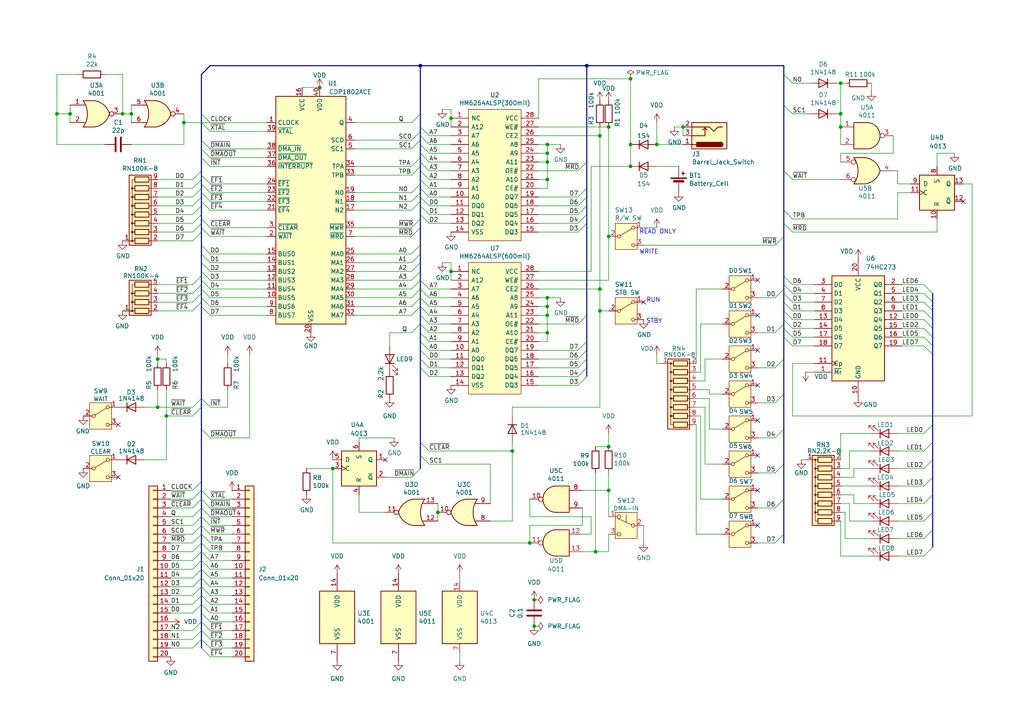
<source format=kicad_sch>
(kicad_sch (version 20231120) (generator "eeschema") (generator_version "8.0")
  (paper "A4")
  (title_block (title "COSMAC Toy V2") (date "2024-12-06") (rev "0.2") (company "kanpapa.com"))
  (junction (at 153.67 157.48))
  (junction (at 45.72 104.14))
  (junction (at 48.26 120.65))
  (junction (at 121.92 19.05))
  (junction (at 158.75 88.9))
  (junction (at 198.12 36.83))
  (junction (at 158.75 41.91))
  (junction (at 154.94 173.99))
  (junction (at 154.94 181.61))
  (junction (at 38.1 33.02))
  (junction (at 158.75 91.44))
  (junction (at 176.53 68.58))
  (junction (at 243.84 36.83))
  (junction (at 158.75 46.99))
  (junction (at 130.81 34.29))
  (junction (at 173.99 90.17))
  (junction (at 170.18 19.05))
  (junction (at 158.75 52.07))
  (junction (at 172.72 160.02))
  (junction (at 92.71 25.4))
  (junction (at 182.88 41.91))
  (junction (at 243.84 33.02))
  (junction (at 243.84 24.13))
  (junction (at 158.75 96.52))
  (junction (at 173.99 83.82))
  (junction (at 158.75 86.36))
  (junction (at 176.53 142.24))
  (junction (at 148.59 130.81))
  (junction (at 20.32 33.02))
  (junction (at 190.5 41.91))
  (junction (at 96.52 135.89))
  (junction (at 35.56 33.02))
  (junction (at 158.75 44.45))
  (junction (at 182.88 48.26))
  (junction (at 16.51 33.02))
  (junction (at 127 148.59))
  (junction (at 173.99 39.37))
  (junction (at 45.72 118.11))
  (junction (at 130.81 78.74))
  (junction (at 176.53 129.54))
  (junction (at 182.88 22.86))
  (junction (at 176.53 36.83))
  (junction (at 53.34 35.56))
  (no_connect (at 219.71 81.28))
  (no_connect (at 34.29 138.43))
  (no_connect (at 111.76 133.35))
  (no_connect (at 279.4 58.42))
  (no_connect (at 219.71 91.44))
  (no_connect (at 219.71 111.76))
  (no_connect (at 34.29 123.19))
  (no_connect (at 219.71 152.4))
  (no_connect (at 186.69 87.63))
  (no_connect (at 219.71 101.6))
  (no_connect (at 219.71 132.08))
  (no_connect (at 219.71 121.92))
  (no_connect (at 219.71 142.24))
  (bus_entry (at 55.88 167.64) (size 2.54 -2.54))
  (bus_entry (at 119.38 50.8) (size 2.54 -2.54))
  (bus_entry (at 267.97 82.55) (size 2.54 2.54))
  (bus_entry (at 119.38 88.9) (size 2.54 -2.54))
  (bus_entry (at 58.42 33.02) (size 2.54 2.54))
  (bus_entry (at 227.33 95.25) (size 2.54 2.54))
  (bus_entry (at 58.42 144.78) (size 2.54 2.54))
  (bus_entry (at 121.92 81.28) (size 2.54 2.54))
  (bus_entry (at 119.38 48.26) (size 2.54 -2.54))
  (bus_entry (at 121.92 49.53) (size 2.54 2.54))
  (bus_entry (at 224.79 157.48) (size 2.54 -2.54))
  (bus_entry (at 227.33 60.96) (size 2.54 2.54))
  (bus_entry (at 58.42 175.26) (size 2.54 2.54))
  (bus_entry (at 55.88 170.18) (size 2.54 -2.54))
  (bus_entry (at 167.64 62.23) (size 2.54 -2.54))
  (bus_entry (at 55.88 62.23) (size 2.54 -2.54))
  (bus_entry (at 58.42 43.18) (size 2.54 2.54))
  (bus_entry (at 167.64 93.98) (size 2.54 -2.54))
  (bus_entry (at 121.92 44.45) (size 2.54 2.54))
  (bus_entry (at 58.42 50.8) (size 2.54 2.54))
  (bus_entry (at 55.88 87.63) (size 2.54 -2.54))
  (bus_entry (at 121.92 57.15) (size 2.54 2.54))
  (bus_entry (at 58.42 63.5) (size 2.54 2.54))
  (bus_entry (at 167.64 57.15) (size 2.54 -2.54))
  (bus_entry (at 119.38 55.88) (size 2.54 -2.54))
  (bus_entry (at 55.88 67.31) (size 2.54 -2.54))
  (bus_entry (at 119.38 83.82) (size 2.54 -2.54))
  (bus_entry (at 121.92 99.06) (size 2.54 2.54))
  (bus_entry (at 58.42 147.32) (size 2.54 2.54))
  (bus_entry (at 224.79 147.32) (size 2.54 -2.54))
  (bus_entry (at 267.97 90.17) (size 2.54 2.54))
  (bus_entry (at 55.88 172.72) (size 2.54 -2.54))
  (bus_entry (at 58.42 88.9) (size 2.54 2.54))
  (bus_entry (at 58.42 35.56) (size 2.54 2.54))
  (bus_entry (at 121.92 128.27) (size 2.54 2.54))
  (bus_entry (at 60.96 152.4) (size -2.54 -2.54))
  (bus_entry (at 227.33 90.17) (size 2.54 2.54))
  (bus_entry (at 121.92 46.99) (size 2.54 2.54))
  (bus_entry (at 60.96 118.11) (size -2.54 -2.54))
  (bus_entry (at 58.42 83.82) (size 2.54 2.54))
  (bus_entry (at 119.38 60.96) (size 2.54 -2.54))
  (bus_entry (at 55.88 57.15) (size 2.54 -2.54))
  (bus_entry (at 119.38 40.64) (size 2.54 -2.54))
  (bus_entry (at 58.42 76.2) (size 2.54 2.54))
  (bus_entry (at 121.92 39.37) (size 2.54 2.54))
  (bus_entry (at 121.92 54.61) (size 2.54 2.54))
  (bus_entry (at 58.42 55.88) (size 2.54 2.54))
  (bus_entry (at 58.42 160.02) (size 2.54 2.54))
  (bus_entry (at 55.88 157.48) (size 2.54 -2.54))
  (bus_entry (at 224.79 71.12) (size 2.54 -2.54))
  (bus_entry (at 227.33 49.53) (size 2.54 2.54))
  (bus_entry (at 119.38 138.43) (size 2.54 -2.54))
  (bus_entry (at 55.88 165.1) (size 2.54 -2.54))
  (bus_entry (at 55.88 120.65) (size 2.54 -2.54))
  (bus_entry (at 227.33 30.48) (size 2.54 2.54))
  (bus_entry (at 227.33 97.79) (size 2.54 2.54))
  (bus_entry (at 121.92 62.23) (size 2.54 2.54))
  (bus_entry (at 267.97 87.63) (size 2.54 2.54))
  (bus_entry (at 170.18 104.14) (size -2.54 2.54))
  (bus_entry (at 58.42 45.72) (size 2.54 2.54))
  (bus_entry (at 58.42 78.74) (size 2.54 2.54))
  (bus_entry (at 58.42 182.88) (size 2.54 2.54))
  (bus_entry (at 58.42 40.64) (size 2.54 2.54))
  (bus_entry (at 58.42 157.48) (size 2.54 2.54))
  (bus_entry (at 58.42 177.8) (size 2.54 2.54))
  (bus_entry (at 55.88 142.24) (size 2.54 -2.54))
  (bus_entry (at 58.42 172.72) (size 2.54 2.54))
  (bus_entry (at 224.79 116.84) (size 2.54 -2.54))
  (bus_entry (at 55.88 185.42) (size 2.54 -2.54))
  (bus_entry (at 55.88 162.56) (size 2.54 -2.54))
  (bus_entry (at 58.42 58.42) (size 2.54 2.54))
  (bus_entry (at 121.92 91.44) (size 2.54 2.54))
  (bus_entry (at 55.88 177.8) (size 2.54 -2.54))
  (bus_entry (at 224.79 137.16) (size 2.54 -2.54))
  (bus_entry (at 119.38 43.18) (size 2.54 -2.54))
  (bus_entry (at 119.38 78.74) (size 2.54 -2.54))
  (bus_entry (at 60.96 144.78) (size -2.54 -2.54))
  (bus_entry (at 58.42 180.34) (size 2.54 2.54))
  (bus_entry (at 267.97 100.33) (size 2.54 2.54))
  (bus_entry (at 58.42 167.64) (size 2.54 2.54))
  (bus_entry (at 121.92 86.36) (size 2.54 2.54))
  (bus_entry (at 119.38 58.42) (size 2.54 -2.54))
  (bus_entry (at 224.79 86.36) (size 2.54 -2.54))
  (bus_entry (at 267.97 146.05) (size 2.54 -2.54))
  (bus_entry (at 227.33 92.71) (size 2.54 2.54))
  (bus_entry (at 58.42 66.04) (size 2.54 2.54))
  (bus_entry (at 58.42 165.1) (size 2.54 2.54))
  (bus_entry (at 121.92 59.69) (size 2.54 2.54))
  (bus_entry (at 121.92 52.07) (size 2.54 2.54))
  (bus_entry (at 55.88 152.4) (size 2.54 -2.54))
  (bus_entry (at 267.97 92.71) (size 2.54 2.54))
  (bus_entry (at 121.92 132.08) (size 2.54 2.54))
  (bus_entry (at 58.42 81.28) (size 2.54 2.54))
  (bus_entry (at 121.92 101.6) (size 2.54 2.54))
  (bus_entry (at 55.88 118.11) (size 2.54 -2.54))
  (bus_entry (at 167.64 59.69) (size 2.54 -2.54))
  (bus_entry (at 121.92 88.9) (size 2.54 2.54))
  (bus_entry (at 119.38 35.56) (size 2.54 -2.54))
  (bus_entry (at 121.92 106.68) (size 2.54 2.54))
  (bus_entry (at 55.88 90.17) (size 2.54 -2.54))
  (bus_entry (at 58.42 152.4) (size 2.54 2.54))
  (bus_entry (at 58.42 71.12) (size 2.54 2.54))
  (bus_entry (at 121.92 93.98) (size 2.54 2.54))
  (bus_entry (at 227.33 87.63) (size 2.54 2.54))
  (bus_entry (at 55.88 154.94) (size 2.54 -2.54))
  (bus_entry (at 55.88 54.61) (size 2.54 -2.54))
  (bus_entry (at 55.88 82.55) (size 2.54 -2.54))
  (bus_entry (at 267.97 130.81) (size 2.54 -2.54))
  (bus_entry (at 121.92 36.83) (size 2.54 2.54))
  (bus_entry (at 167.64 64.77) (size 2.54 -2.54))
  (bus_entry (at 55.88 85.09) (size 2.54 -2.54))
  (bus_entry (at 267.97 95.25) (size 2.54 2.54))
  (bus_entry (at 55.88 160.02) (size 2.54 -2.54))
  (bus_entry (at 227.33 21.59) (size 2.54 2.54))
  (bus_entry (at 119.38 73.66) (size 2.54 -2.54))
  (bus_entry (at 58.42 162.56) (size 2.54 2.54))
  (bus_entry (at 119.38 86.36) (size 2.54 -2.54))
  (bus_entry (at 227.33 82.55) (size 2.54 2.54))
  (bus_entry (at 224.79 106.68) (size 2.54 -2.54))
  (bus_entry (at 119.38 76.2) (size 2.54 -2.54))
  (bus_entry (at 170.18 109.22) (size -2.54 2.54))
  (bus_entry (at 58.42 185.42) (size 2.54 2.54))
  (bus_entry (at 121.92 96.52) (size 2.54 2.54))
  (bus_entry (at 119.38 96.52) (size 2.54 -2.54))
  (bus_entry (at 58.42 73.66) (size 2.54 2.54))
  (bus_entry (at 267.97 151.13) (size 2.54 -2.54))
  (bus_entry (at 267.97 85.09) (size 2.54 2.54))
  (bus_entry (at 55.88 144.78) (size 2.54 -2.54))
  (bus_entry (at 55.88 182.88) (size 2.54 -2.54))
  (bus_entry (at 167.64 67.31) (size 2.54 -2.54))
  (bus_entry (at 55.88 69.85) (size 2.54 -2.54))
  (bus_entry (at 121.92 104.14) (size 2.54 2.54))
  (bus_entry (at 55.88 149.86) (size 2.54 -2.54))
  (bus_entry (at 227.33 85.09) (size 2.54 2.54))
  (bus_entry (at 119.38 81.28) (size 2.54 -2.54))
  (bus_entry (at 119.38 91.44) (size 2.54 -2.54))
  (bus_entry (at 121.92 41.91) (size 2.54 2.54))
  (bus_entry (at 58.42 86.36) (size 2.54 2.54))
  (bus_entry (at 267.97 156.21) (size 2.54 -2.54))
  (bus_entry (at 267.97 97.79) (size 2.54 2.54))
  (bus_entry (at 267.97 140.97) (size 2.54 -2.54))
  (bus_entry (at 167.64 49.53) (size 2.54 -2.54))
  (bus_entry (at 58.42 154.94) (size 2.54 2.54))
  (bus_entry (at 167.64 101.6) (size 2.54 -2.54))
  (bus_entry (at 227.33 80.01) (size 2.54 2.54))
  (bus_entry (at 121.92 83.82) (size 2.54 2.54))
  (bus_entry (at 58.42 187.96) (size 2.54 2.54))
  (bus_entry (at 55.88 64.77) (size 2.54 -2.54))
  (bus_entry (at 55.88 175.26) (size 2.54 -2.54))
  (bus_entry (at 170.18 106.68) (size -2.54 2.54))
  (bus_entry (at 55.88 59.69) (size 2.54 -2.54))
  (bus_entry (at 227.33 64.77) (size 2.54 2.54))
  (bus_entry (at 224.79 127) (size 2.54 -2.54))
  (bus_entry (at 267.97 125.73) (size 2.54 -2.54))
  (bus_entry (at 55.88 52.07) (size 2.54 -2.54))
  (bus_entry (at 58.42 53.34) (size 2.54 2.54))
  (bus_entry (at 119.38 66.04) (size 2.54 -2.54))
  (bus_entry (at 224.79 96.52) (size 2.54 -2.54))
  (bus_entry (at 55.88 187.96) (size 2.54 -2.54))
  (bus_entry (at 55.88 147.32) (size 2.54 -2.54))
  (bus_entry (at 267.97 135.89) (size 2.54 -2.54))
  (bus_entry (at 58.42 124.46) (size 2.54 2.54))
  (bus_entry (at 119.38 68.58) (size 2.54 -2.54))
  (bus_entry (at 58.42 170.18) (size 2.54 2.54))
  (bus_entry (at 267.97 161.29) (size 2.54 -2.54))
  (bus_entry (at 170.18 101.6) (size -2.54 2.54))
  (wire (pts (xy 261.62 85.09) (xy 267.97 85.09)))
  (bus (pts (xy 121.92 45.72) (xy 121.92 46.99)))
  (bus (pts (xy 58.42 142.24) (xy 58.42 144.78)))
  (wire (pts (xy 261.62 100.33) (xy 267.97 100.33)))
  (wire (pts (xy 77.47 43.18) (xy 60.96 43.18)))
  (wire (pts (xy 260.35 53.34) (xy 260.35 49.53)))
  (wire (pts (xy 30.48 21.59) (xy 35.56 21.59)))
  (wire (pts (xy 77.47 55.88) (xy 60.96 55.88)))
  (bus (pts (xy 58.42 152.4) (xy 58.42 154.94)))
  (wire (pts (xy 229.87 85.09) (xy 236.22 85.09)))
  (wire (pts (xy 111.76 138.43) (xy 119.38 138.43)))
  (wire (pts (xy 229.87 67.31) (xy 271.78 67.31)))
  (wire (pts (xy 158.75 41.91) (xy 162.56 41.91)))
  (wire (pts (xy 246.38 151.13) (xy 246.38 146.05)))
  (wire (pts (xy 156.21 104.14) (xy 167.64 104.14)))
  (bus (pts (xy 170.18 62.23) (xy 170.18 64.77)))
  (wire (pts (xy 66.04 118.11) (xy 66.04 113.03)))
  (bus (pts (xy 121.92 62.23) (xy 121.92 63.5)))
  (wire (pts (xy 173.99 83.82) (xy 173.99 90.17)))
  (wire (pts (xy 158.75 41.91) (xy 156.21 41.91)))
  (bus (pts (xy 121.92 81.28) (xy 121.92 83.82)))
  (wire (pts (xy 102.87 35.56) (xy 119.38 35.56)))
  (bus (pts (xy 270.51 85.09) (xy 270.51 87.63)))
  (bus (pts (xy 121.92 52.07) (xy 121.92 53.34)))
  (bus (pts (xy 58.42 49.53) (xy 58.42 50.8)))
  (wire (pts (xy 204.47 104.14) (xy 204.47 110.49)))
  (bus (pts (xy 121.92 81.28) (xy 121.92 78.74)))
  (bus (pts (xy 227.33 21.59) (xy 227.33 30.48)))
  (wire (pts (xy 148.59 118.11) (xy 173.99 118.11)))
  (wire (pts (xy 245.11 24.13) (xy 243.84 24.13)))
  (wire (pts (xy 124.46 49.53) (xy 130.81 49.53)))
  (wire (pts (xy 16.51 33.02) (xy 20.32 33.02)))
  (wire (pts (xy 124.46 39.37) (xy 130.81 39.37)))
  (bus (pts (xy 227.33 30.48) (xy 227.33 49.53)))
  (wire (pts (xy 60.96 73.66) (xy 77.47 73.66)))
  (bus (pts (xy 121.92 93.98) (xy 121.92 91.44)))
  (wire (pts (xy 168.91 152.4) (xy 153.67 152.4)))
  (wire (pts (xy 60.96 76.2) (xy 77.47 76.2)))
  (bus (pts (xy 58.42 21.59) (xy 60.96 19.05)))
  (wire (pts (xy 205.74 113.03) (xy 201.93 113.03)))
  (wire (pts (xy 20.32 33.02) (xy 20.32 35.56)))
  (wire (pts (xy 229.87 120.65) (xy 229.87 105.41)))
  (bus (pts (xy 58.42 139.7) (xy 58.42 142.24)))
  (wire (pts (xy 45.72 59.69) (xy 55.88 59.69)))
  (wire (pts (xy 219.71 127) (xy 224.79 127)))
  (wire (pts (xy 219.71 157.48) (xy 224.79 157.48)))
  (wire (pts (xy 49.53 185.42) (xy 55.88 185.42)))
  (wire (pts (xy 261.62 92.71) (xy 267.97 92.71)))
  (wire (pts (xy 247.65 146.05) (xy 247.65 143.51)))
  (wire (pts (xy 243.84 24.13) (xy 242.57 24.13)))
  (bus (pts (xy 170.18 19.05) (xy 227.33 19.05)))
  (wire (pts (xy 45.72 104.14) (xy 45.72 102.87)))
  (wire (pts (xy 247.65 143.51) (xy 243.84 143.51)))
  (wire (pts (xy 171.45 149.86) (xy 171.45 154.94)))
  (bus (pts (xy 270.51 138.43) (xy 270.51 143.51)))
  (bus (pts (xy 58.42 157.48) (xy 58.42 160.02)))
  (bus (pts (xy 121.92 33.02) (xy 121.92 36.83)))
  (bus (pts (xy 58.42 64.77) (xy 58.42 66.04)))
  (wire (pts (xy 60.96 48.26) (xy 77.47 48.26)))
  (wire (pts (xy 124.46 44.45) (xy 130.81 44.45)))
  (wire (pts (xy 60.96 86.36) (xy 77.47 86.36)))
  (wire (pts (xy 156.21 52.07) (xy 158.75 52.07)))
  (wire (pts (xy 252.73 151.13) (xy 246.38 151.13)))
  (bus (pts (xy 270.51 128.27) (xy 270.51 133.35)))
  (wire (pts (xy 182.88 22.86) (xy 182.88 41.91)))
  (wire (pts (xy 60.96 152.4) (xy 67.31 152.4)))
  (bus (pts (xy 121.92 96.52) (xy 121.92 99.06)))
  (wire (pts (xy 198.12 39.37) (xy 198.12 36.83)))
  (wire (pts (xy 77.47 35.56) (xy 60.96 35.56)))
  (wire (pts (xy 124.46 46.99) (xy 130.81 46.99)))
  (bus (pts (xy 121.92 86.36) (xy 121.92 83.82)))
  (bus (pts (xy 227.33 68.58) (xy 227.33 80.01)))
  (wire (pts (xy 219.71 147.32) (xy 224.79 147.32)))
  (bus (pts (xy 58.42 115.57) (xy 58.42 118.11)))
  (wire (pts (xy 60.96 160.02) (xy 67.31 160.02)))
  (wire (pts (xy 77.47 60.96) (xy 60.96 60.96)))
  (wire (pts (xy 260.35 161.29) (xy 267.97 161.29)))
  (wire (pts (xy 127 148.59) (xy 127 151.13)))
  (wire (pts (xy 49.53 142.24) (xy 55.88 142.24)))
  (bus (pts (xy 121.92 57.15) (xy 121.92 58.42)))
  (wire (pts (xy 113.03 96.52) (xy 119.38 96.52)))
  (bus (pts (xy 121.92 78.74) (xy 121.92 76.2)))
  (wire (pts (xy 114.3 127) (xy 104.14 127)))
  (wire (pts (xy 203.2 107.95) (xy 201.93 107.95)))
  (bus (pts (xy 58.42 177.8) (xy 58.42 180.34)))
  (wire (pts (xy 203.2 107.95) (xy 203.2 93.98)))
  (wire (pts (xy 60.96 81.28) (xy 77.47 81.28)))
  (bus (pts (xy 227.33 97.79) (xy 227.33 95.25)))
  (wire (pts (xy 245.11 148.59) (xy 243.84 148.59)))
  (wire (pts (xy 156.21 88.9) (xy 158.75 88.9)))
  (wire (pts (xy 77.47 68.58) (xy 60.96 68.58)))
  (wire (pts (xy 219.71 116.84) (xy 224.79 116.84)))
  (wire (pts (xy 201.93 83.82) (xy 201.93 105.41)))
  (wire (pts (xy 156.21 106.68) (xy 167.64 106.68)))
  (bus (pts (xy 227.33 104.14) (xy 227.33 97.79)))
  (wire (pts (xy 102.87 55.88) (xy 119.38 55.88)))
  (wire (pts (xy 252.73 24.13) (xy 252.73 26.67)))
  (wire (pts (xy 60.96 182.88) (xy 67.31 182.88)))
  (wire (pts (xy 260.35 55.88) (xy 264.16 55.88)))
  (wire (pts (xy 186.69 152.4) (xy 186.69 157.48)))
  (wire (pts (xy 87.63 25.4) (xy 92.71 25.4)))
  (wire (pts (xy 190.5 35.56) (xy 190.5 41.91)))
  (wire (pts (xy 156.21 78.74) (xy 171.45 78.74)))
  (wire (pts (xy 252.73 161.29) (xy 243.84 161.29)))
  (bus (pts (xy 170.18 101.6) (xy 170.18 104.14)))
  (wire (pts (xy 124.46 59.69) (xy 130.81 59.69)))
  (wire (pts (xy 124.46 54.61) (xy 130.81 54.61)))
  (bus (pts (xy 58.42 165.1) (xy 58.42 167.64)))
  (bus (pts (xy 227.33 83.82) (xy 227.33 85.09)))
  (bus (pts (xy 58.42 50.8) (xy 58.42 52.07)))
  (wire (pts (xy 53.34 35.56) (xy 53.34 41.91)))
  (bus (pts (xy 58.42 54.61) (xy 58.42 55.88)))
  (wire (pts (xy 279.4 53.34) (xy 281.94 53.34)))
  (wire (pts (xy 276.86 44.45) (xy 271.78 44.45)))
  (wire (pts (xy 130.81 31.75) (xy 130.81 34.29)))
  (wire (pts (xy 243.84 33.02) (xy 242.57 33.02)))
  (bus (pts (xy 58.42 21.59) (xy 58.42 33.02)))
  (bus (pts (xy 58.42 57.15) (xy 58.42 58.42)))
  (wire (pts (xy 252.73 135.89) (xy 247.65 135.89)))
  (bus (pts (xy 121.92 53.34) (xy 121.92 54.61)))
  (wire (pts (xy 153.67 144.78) (xy 153.67 149.86)))
  (wire (pts (xy 158.75 52.07) (xy 158.75 46.99)))
  (bus (pts (xy 121.92 91.44) (xy 121.92 88.9)))
  (bus (pts (xy 270.51 100.33) (xy 270.51 102.87)))
  (wire (pts (xy 102.87 78.74) (xy 119.38 78.74)))
  (bus (pts (xy 121.92 101.6) (xy 121.92 104.14)))
  (wire (pts (xy 205.74 113.03) (xy 205.74 114.3)))
  (wire (pts (xy 124.46 134.62) (xy 142.24 134.62)))
  (bus (pts (xy 58.42 80.01) (xy 58.42 81.28)))
  (bus (pts (xy 121.92 132.08) (xy 121.92 135.89)))
  (wire (pts (xy 158.75 41.91) (xy 158.75 44.45)))
  (bus (pts (xy 58.42 147.32) (xy 58.42 149.86)))
  (wire (pts (xy 60.96 147.32) (xy 67.31 147.32)))
  (wire (pts (xy 156.21 101.6) (xy 167.64 101.6)))
  (bus (pts (xy 227.33 92.71) (xy 227.33 90.17)))
  (wire (pts (xy 156.21 39.37) (xy 173.99 39.37)))
  (wire (pts (xy 45.72 54.61) (xy 55.88 54.61)))
  (wire (pts (xy 45.72 118.11) (xy 55.88 118.11)))
  (bus (pts (xy 170.18 59.69) (xy 170.18 62.23)))
  (wire (pts (xy 77.47 53.34) (xy 60.96 53.34)))
  (wire (pts (xy 45.72 118.11) (xy 41.91 118.11)))
  (wire (pts (xy 45.72 90.17) (xy 55.88 90.17)))
  (bus (pts (xy 121.92 46.99) (xy 121.92 48.26)))
  (wire (pts (xy 102.87 83.82) (xy 119.38 83.82)))
  (wire (pts (xy 16.51 41.91) (xy 30.48 41.91)))
  (wire (pts (xy 246.38 146.05) (xy 243.84 146.05)))
  (wire (pts (xy 176.53 36.83) (xy 176.53 68.58)))
  (wire (pts (xy 60.96 157.48) (xy 67.31 157.48)))
  (wire (pts (xy 176.53 160.02) (xy 172.72 160.02)))
  (wire (pts (xy 45.72 67.31) (xy 55.88 67.31)))
  (wire (pts (xy 66.04 102.87) (xy 66.04 105.41)))
  (wire (pts (xy 41.91 133.35) (xy 48.26 133.35)))
  (wire (pts (xy 102.87 76.2) (xy 119.38 76.2)))
  (wire (pts (xy 176.53 81.28) (xy 176.53 68.58)))
  (bus (pts (xy 227.33 144.78) (xy 227.33 154.94)))
  (wire (pts (xy 219.71 137.16) (xy 224.79 137.16)))
  (wire (pts (xy 252.73 140.97) (xy 243.84 140.97)))
  (wire (pts (xy 201.93 115.57) (xy 205.74 115.57)))
  (wire (pts (xy 60.96 154.94) (xy 67.31 154.94)))
  (bus (pts (xy 270.51 90.17) (xy 270.51 92.71)))
  (wire (pts (xy 38.1 33.02) (xy 38.1 35.56)))
  (bus (pts (xy 58.42 86.36) (xy 58.42 87.63)))
  (wire (pts (xy 201.93 120.65) (xy 203.2 120.65)))
  (wire (pts (xy 171.45 154.94) (xy 168.91 154.94)))
  (wire (pts (xy 45.72 62.23) (xy 55.88 62.23)))
  (bus (pts (xy 170.18 104.14) (xy 170.18 106.68)))
  (wire (pts (xy 172.72 160.02) (xy 168.91 160.02)))
  (wire (pts (xy 130.81 76.2) (xy 128.27 76.2)))
  (wire (pts (xy 158.75 88.9) (xy 158.75 91.44)))
  (bus (pts (xy 121.92 86.36) (xy 121.92 88.9)))
  (wire (pts (xy 96.52 157.48) (xy 153.67 157.48)))
  (bus (pts (xy 121.92 128.27) (xy 121.92 132.08)))
  (bus (pts (xy 121.92 19.05) (xy 121.92 33.02)))
  (bus (pts (xy 121.92 36.83) (xy 121.92 38.1)))
  (wire (pts (xy 48.26 120.65) (xy 55.88 120.65)))
  (wire (pts (xy 168.91 147.32) (xy 168.91 152.4)))
  (wire (pts (xy 260.35 151.13) (xy 267.97 151.13)))
  (bus (pts (xy 58.42 149.86) (xy 58.42 152.4)))
  (wire (pts (xy 104.14 148.59) (xy 111.76 148.59)))
  (wire (pts (xy 158.75 86.36) (xy 158.75 88.9)))
  (wire (pts (xy 60.96 149.86) (xy 67.31 149.86)))
  (wire (pts (xy 229.87 105.41) (xy 236.22 105.41)))
  (wire (pts (xy 124.46 106.68) (xy 130.81 106.68)))
  (bus (pts (xy 58.42 35.56) (xy 58.42 40.64)))
  (bus (pts (xy 58.42 66.04) (xy 58.42 67.31)))
  (bus (pts (xy 227.33 114.3) (xy 227.33 124.46)))
  (bus (pts (xy 121.92 49.53) (xy 121.92 52.07)))
  (bus (pts (xy 121.92 104.14) (xy 121.92 106.68)))
  (wire (pts (xy 45.72 69.85) (xy 55.88 69.85)))
  (wire (pts (xy 158.75 54.61) (xy 158.75 52.07)))
  (bus (pts (xy 227.33 134.62) (xy 227.33 144.78)))
  (wire (pts (xy 229.87 82.55) (xy 236.22 82.55)))
  (wire (pts (xy 156.21 99.06) (xy 158.75 99.06)))
  (wire (pts (xy 158.75 86.36) (xy 156.21 86.36)))
  (wire (pts (xy 204.47 118.11) (xy 204.47 134.62)))
  (wire (pts (xy 60.96 170.18) (xy 67.31 170.18)))
  (wire (pts (xy 201.93 83.82) (xy 209.55 83.82)))
  (wire (pts (xy 49.53 147.32) (xy 55.88 147.32)))
  (wire (pts (xy 190.5 105.41) (xy 190.5 102.87)))
  (wire (pts (xy 133.35 166.37) (xy 133.35 168.91)))
  (wire (pts (xy 102.87 91.44) (xy 119.38 91.44)))
  (wire (pts (xy 60.96 190.5) (xy 67.31 190.5)))
  (wire (pts (xy 49.53 149.86) (xy 55.88 149.86)))
  (wire (pts (xy 102.87 40.64) (xy 119.38 40.64)))
  (bus (pts (xy 58.42 73.66) (xy 58.42 76.2)))
  (wire (pts (xy 38.1 30.48) (xy 38.1 33.02)))
  (bus (pts (xy 121.92 58.42) (xy 121.92 59.69)))
  (wire (pts (xy 245.11 156.21) (xy 245.11 148.59)))
  (wire (pts (xy 176.53 137.16) (xy 176.53 142.24)))
  (wire (pts (xy 60.96 172.72) (xy 67.31 172.72)))
  (wire (pts (xy 229.87 87.63) (xy 236.22 87.63)))
  (wire (pts (xy 102.87 43.18) (xy 119.38 43.18)))
  (wire (pts (xy 124.46 86.36) (xy 130.81 86.36)))
  (wire (pts (xy 153.67 149.86) (xy 171.45 149.86)))
  (wire (pts (xy 205.74 115.57) (xy 205.74 124.46)))
  (bus (pts (xy 58.42 71.12) (xy 58.42 73.66)))
  (wire (pts (xy 124.46 96.52) (xy 130.81 96.52)))
  (wire (pts (xy 60.96 78.74) (xy 77.47 78.74)))
  (wire (pts (xy 252.73 156.21) (xy 245.11 156.21)))
  (wire (pts (xy 156.21 93.98) (xy 167.64 93.98)))
  (wire (pts (xy 130.81 34.29) (xy 130.81 36.83)))
  (bus (pts (xy 121.92 39.37) (xy 121.92 40.64)))
  (bus (pts (xy 58.42 170.18) (xy 58.42 172.72)))
  (wire (pts (xy 49.53 157.48) (xy 55.88 157.48)))
  (wire (pts (xy 60.96 180.34) (xy 67.31 180.34)))
  (wire (pts (xy 173.99 90.17) (xy 176.53 90.17)))
  (bus (pts (xy 58.42 87.63) (xy 58.42 88.9)))
  (wire (pts (xy 60.96 177.8) (xy 67.31 177.8)))
  (wire (pts (xy 156.21 109.22) (xy 167.64 109.22)))
  (bus (pts (xy 121.92 106.68) (xy 121.92 128.27)))
  (bus (pts (xy 58.42 83.82) (xy 58.42 85.09)))
  (wire (pts (xy 156.21 81.28) (xy 176.53 81.28)))
  (bus (pts (xy 121.92 54.61) (xy 121.92 55.88)))
  (bus (pts (xy 121.92 66.04) (xy 121.92 71.12)))
  (wire (pts (xy 45.72 87.63) (xy 55.88 87.63)))
  (wire (pts (xy 219.71 106.68) (xy 224.79 106.68)))
  (wire (pts (xy 35.56 33.02) (xy 38.1 33.02)))
  (wire (pts (xy 168.91 142.24) (xy 176.53 142.24)))
  (wire (pts (xy 45.72 113.03) (xy 45.72 118.11)))
  (bus (pts (xy 227.33 154.94) (xy 227.33 157.48)))
  (bus (pts (xy 121.92 41.91) (xy 121.92 44.45)))
  (wire (pts (xy 229.87 120.65) (xy 281.94 120.65)))
  (wire (pts (xy 49.53 154.94) (xy 55.88 154.94)))
  (bus (pts (xy 58.42 185.42) (xy 58.42 187.96)))
  (wire (pts (xy 124.46 83.82) (xy 130.81 83.82)))
  (wire (pts (xy 60.96 58.42) (xy 77.47 58.42)))
  (bus (pts (xy 58.42 172.72) (xy 58.42 175.26)))
  (wire (pts (xy 148.59 130.81) (xy 148.59 151.13)))
  (wire (pts (xy 45.72 57.15) (xy 55.88 57.15)))
  (wire (pts (xy 172.72 129.54) (xy 176.53 129.54)))
  (wire (pts (xy 58.42 35.56) (xy 53.34 35.56)))
  (wire (pts (xy 204.47 104.14) (xy 209.55 104.14)))
  (wire (pts (xy 102.87 68.58) (xy 119.38 68.58)))
  (wire (pts (xy 205.74 124.46) (xy 209.55 124.46)))
  (wire (pts (xy 148.59 128.27) (xy 148.59 130.81)))
  (wire (pts (xy 124.46 52.07) (xy 130.81 52.07)))
  (bus (pts (xy 58.42 45.72) (xy 58.42 49.53)))
  (bus (pts (xy 58.42 81.28) (xy 58.42 82.55)))
  (wire (pts (xy 104.14 143.51) (xy 104.14 148.59)))
  (wire (pts (xy 60.96 38.1) (xy 77.47 38.1)))
  (bus (pts (xy 58.42 180.34) (xy 58.42 182.88)))
  (wire (pts (xy 142.24 134.62) (xy 142.24 146.05)))
  (wire (pts (xy 48.26 113.03) (xy 48.26 120.65)))
  (bus (pts (xy 58.42 88.9) (xy 58.42 115.57)))
  (wire (pts (xy 271.78 44.45) (xy 271.78 48.26)))
  (wire (pts (xy 260.35 135.89) (xy 267.97 135.89)))
  (wire (pts (xy 156.21 44.45) (xy 158.75 44.45)))
  (wire (pts (xy 16.51 21.59) (xy 22.86 21.59)))
  (wire (pts (xy 156.21 22.86) (xy 182.88 22.86)))
  (bus (pts (xy 270.51 92.71) (xy 270.51 95.25)))
  (bus (pts (xy 58.42 160.02) (xy 58.42 162.56)))
  (wire (pts (xy 246.38 135.89) (xy 246.38 130.81)))
  (wire (pts (xy 45.72 82.55) (xy 55.88 82.55)))
  (wire (pts (xy 102.87 60.96) (xy 119.38 60.96)))
  (wire (pts (xy 156.21 22.86) (xy 156.21 34.29)))
  (bus (pts (xy 121.92 73.66) (xy 121.92 71.12)))
  (bus (pts (xy 121.92 19.05) (xy 60.96 19.05)))
  (wire (pts (xy 229.87 90.17) (xy 236.22 90.17)))
  (wire (pts (xy 124.46 62.23) (xy 130.81 62.23)))
  (bus (pts (xy 270.51 148.59) (xy 270.51 153.67)))
  (wire (pts (xy 49.53 182.88) (xy 55.88 182.88)))
  (wire (pts (xy 260.35 49.53) (xy 259.08 49.53)))
  (wire (pts (xy 53.34 33.02) (xy 53.34 35.56)))
  (wire (pts (xy 261.62 87.63) (xy 267.97 87.63)))
  (wire (pts (xy 260.35 130.81) (xy 267.97 130.81)))
  (wire (pts (xy 113.03 96.52) (xy 113.03 100.33)))
  (wire (pts (xy 49.53 167.64) (xy 55.88 167.64)))
  (wire (pts (xy 124.46 64.77) (xy 130.81 64.77)))
  (wire (pts (xy 156.21 59.69) (xy 167.64 59.69)))
  (bus (pts (xy 121.92 63.5) (xy 121.92 66.04)))
  (bus (pts (xy 227.33 82.55) (xy 227.33 83.82)))
  (bus (pts (xy 58.42 58.42) (xy 58.42 59.69)))
  (wire (pts (xy 173.99 36.83) (xy 173.99 39.37)))
  (wire (pts (xy 229.87 97.79) (xy 236.22 97.79)))
  (bus (pts (xy 270.51 95.25) (xy 270.51 97.79)))
  (bus (pts (xy 227.33 90.17) (xy 227.33 87.63)))
  (wire (pts (xy 60.96 187.96) (xy 67.31 187.96)))
  (wire (pts (xy 60.96 91.44) (xy 77.47 91.44)))
  (wire (pts (xy 243.84 161.29) (xy 243.84 151.13)))
  (bus (pts (xy 58.42 62.23) (xy 58.42 63.5)))
  (wire (pts (xy 49.53 165.1) (xy 55.88 165.1)))
  (wire (pts (xy 60.96 144.78) (xy 67.31 144.78)))
  (bus (pts (xy 58.42 59.69) (xy 58.42 62.23)))
  (bus (pts (xy 227.33 19.05) (xy 227.33 21.59)))
  (wire (pts (xy 156.21 49.53) (xy 167.64 49.53)))
  (wire (pts (xy 252.73 125.73) (xy 243.84 125.73)))
  (wire (pts (xy 148.59 151.13) (xy 142.24 151.13)))
  (wire (pts (xy 16.51 33.02) (xy 16.51 41.91)))
  (wire (pts (xy 60.96 88.9) (xy 77.47 88.9)))
  (wire (pts (xy 171.45 48.26) (xy 182.88 48.26)))
  (wire (pts (xy 182.88 41.91) (xy 182.88 48.26)))
  (wire (pts (xy 172.72 137.16) (xy 172.72 160.02)))
  (bus (pts (xy 227.33 60.96) (xy 227.33 64.77)))
  (wire (pts (xy 49.53 172.72) (xy 55.88 172.72)))
  (bus (pts (xy 121.92 40.64) (xy 121.92 41.91)))
  (wire (pts (xy 247.65 138.43) (xy 247.65 135.89)))
  (wire (pts (xy 48.26 104.14) (xy 48.26 105.41)))
  (bus (pts (xy 58.42 154.94) (xy 58.42 157.48)))
  (wire (pts (xy 49.53 152.4) (xy 55.88 152.4)))
  (wire (pts (xy 252.73 146.05) (xy 247.65 146.05)))
  (bus (pts (xy 121.92 38.1) (xy 121.92 39.37)))
  (wire (pts (xy 49.53 177.8) (xy 55.88 177.8)))
  (wire (pts (xy 49.53 175.26) (xy 55.88 175.26)))
  (wire (pts (xy 156.21 96.52) (xy 158.75 96.52)))
  (bus (pts (xy 227.33 80.01) (xy 227.33 82.55)))
  (wire (pts (xy 127 146.05) (xy 127 148.59)))
  (wire (pts (xy 204.47 110.49) (xy 201.93 110.49)))
  (wire (pts (xy 102.87 66.04) (xy 119.38 66.04)))
  (wire (pts (xy 156.21 57.15) (xy 167.64 57.15)))
  (wire (pts (xy 252.73 130.81) (xy 246.38 130.81)))
  (wire (pts (xy 203.2 93.98) (xy 209.55 93.98)))
  (bus (pts (xy 58.42 40.64) (xy 58.42 43.18)))
  (wire (pts (xy 124.46 57.15) (xy 130.81 57.15)))
  (bus (pts (xy 270.51 133.35) (xy 270.51 138.43)))
  (bus (pts (xy 58.42 85.09) (xy 58.42 86.36)))
  (wire (pts (xy 203.2 120.65) (xy 203.2 144.78)))
  (bus (pts (xy 58.42 76.2) (xy 58.42 78.74)))
  (wire (pts (xy 102.87 48.26) (xy 119.38 48.26)))
  (wire (pts (xy 243.84 125.73) (xy 243.84 133.35)))
  (wire (pts (xy 243.84 33.02) (xy 243.84 36.83)))
  (wire (pts (xy 156.21 54.61) (xy 158.75 54.61)))
  (wire (pts (xy 156.21 111.76) (xy 167.64 111.76)))
  (wire (pts (xy 102.87 88.9) (xy 119.38 88.9)))
  (bus (pts (xy 58.42 52.07) (xy 58.42 53.34)))
  (wire (pts (xy 219.71 96.52) (xy 224.79 96.52)))
  (bus (pts (xy 227.33 95.25) (xy 227.33 93.98)))
  (wire (pts (xy 233.68 107.95) (xy 236.22 107.95)))
  (wire (pts (xy 130.81 78.74) (xy 130.81 81.28)))
  (wire (pts (xy 158.75 44.45) (xy 158.75 46.99)))
  (wire (pts (xy 148.59 120.65) (xy 148.59 118.11)))
  (wire (pts (xy 246.38 135.89) (xy 243.84 135.89)))
  (wire (pts (xy 53.34 41.91) (xy 38.1 41.91)))
  (wire (pts (xy 102.87 58.42) (xy 119.38 58.42)))
  (wire (pts (xy 124.46 99.06) (xy 130.81 99.06)))
  (bus (pts (xy 170.18 54.61) (xy 170.18 57.15)))
  (wire (pts (xy 281.94 53.34) (xy 281.94 120.65)))
  (bus (pts (xy 58.42 162.56) (xy 58.42 165.1)))
  (bus (pts (xy 270.51 123.19) (xy 270.51 128.27)))
  (wire (pts (xy 156.21 64.77) (xy 167.64 64.77)))
  (wire (pts (xy 104.14 127) (xy 104.14 128.27)))
  (wire (pts (xy 35.56 33.02) (xy 35.56 21.59)))
  (wire (pts (xy 243.84 24.13) (xy 243.84 33.02)))
  (wire (pts (xy 171.45 48.26) (xy 171.45 78.74)))
  (wire (pts (xy 102.87 73.66) (xy 119.38 73.66)))
  (wire (pts (xy 45.72 104.14) (xy 45.72 105.41)))
  (bus (pts (xy 58.42 67.31) (xy 58.42 71.12)))
  (wire (pts (xy 102.87 81.28) (xy 119.38 81.28)))
  (wire (pts (xy 201.93 118.11) (xy 204.47 118.11)))
  (bus (pts (xy 170.18 19.05) (xy 170.18 46.99)))
  (wire (pts (xy 190.5 105.41) (xy 191.77 105.41)))
  (wire (pts (xy 260.35 156.21) (xy 267.97 156.21)))
  (wire (pts (xy 49.53 162.56) (xy 55.88 162.56)))
  (bus (pts (xy 121.92 48.26) (xy 121.92 49.53)))
  (wire (pts (xy 60.96 165.1) (xy 67.31 165.1)))
  (wire (pts (xy 49.53 160.02) (xy 55.88 160.02)))
  (wire (pts (xy 88.9 135.89) (xy 96.52 135.89)))
  (wire (pts (xy 229.87 24.13) (xy 234.95 24.13)))
  (wire (pts (xy 186.69 71.12) (xy 224.79 71.12)))
  (wire (pts (xy 124.46 91.44) (xy 130.81 91.44)))
  (wire (pts (xy 190.5 41.91) (xy 198.12 41.91)))
  (wire (pts (xy 173.99 39.37) (xy 173.99 83.82)))
  (wire (pts (xy 261.62 97.79) (xy 267.97 97.79)))
  (wire (pts (xy 173.99 118.11) (xy 173.99 90.17)))
  (wire (pts (xy 158.75 99.06) (xy 158.75 96.52)))
  (bus (pts (xy 58.42 182.88) (xy 58.42 185.42)))
  (bus (pts (xy 227.33 114.3) (xy 227.33 104.14)))
  (wire (pts (xy 158.75 96.52) (xy 158.75 91.44)))
  (bus (pts (xy 58.42 55.88) (xy 58.42 57.15)))
  (wire (pts (xy 77.47 66.04) (xy 60.96 66.04)))
  (bus (pts (xy 58.42 33.02) (xy 58.42 35.56)))
  (wire (pts (xy 260.35 63.5) (xy 229.87 63.5)))
  (wire (pts (xy 16.51 21.59) (xy 16.51 33.02)))
  (bus (pts (xy 58.42 124.46) (xy 58.42 139.7)))
  (wire (pts (xy 45.72 64.77) (xy 55.88 64.77)))
  (wire (pts (xy 186.69 66.04) (xy 190.5 66.04)))
  (bus (pts (xy 170.18 64.77) (xy 170.18 91.44)))
  (bus (pts (xy 121.92 44.45) (xy 121.92 45.72)))
  (wire (pts (xy 205.74 114.3) (xy 209.55 114.3)))
  (wire (pts (xy 60.96 185.42) (xy 67.31 185.42)))
  (wire (pts (xy 45.72 85.09) (xy 55.88 85.09)))
  (wire (pts (xy 260.35 53.34) (xy 264.16 53.34)))
  (bus (pts (xy 270.51 153.67) (xy 270.51 158.75)))
  (bus (pts (xy 121.92 76.2) (xy 121.92 73.66)))
  (wire (pts (xy 229.87 33.02) (xy 234.95 33.02)))
  (bus (pts (xy 58.42 43.18) (xy 58.42 45.72)))
  (wire (pts (xy 243.84 44.45) (xy 243.84 46.99)))
  (bus (pts (xy 170.18 99.06) (xy 170.18 101.6)))
  (wire (pts (xy 158.75 46.99) (xy 156.21 46.99)))
  (bus (pts (xy 121.92 93.98) (xy 121.92 96.52)))
  (wire (pts (xy 259.08 44.45) (xy 243.84 44.45)))
  (bus (pts (xy 170.18 46.99) (xy 170.18 54.61)))
  (bus (pts (xy 170.18 106.68) (xy 170.18 109.22)))
  (wire (pts (xy 124.46 88.9) (xy 130.81 88.9)))
  (wire (pts (xy 176.53 142.24) (xy 176.53 149.86)))
  (bus (pts (xy 170.18 91.44) (xy 170.18 99.06)))
  (wire (pts (xy 49.53 170.18) (xy 55.88 170.18)))
  (wire (pts (xy 259.08 39.37) (xy 259.08 44.45)))
  (wire (pts (xy 162.56 86.36) (xy 158.75 86.36)))
  (bus (pts (xy 227.33 124.46) (xy 227.33 134.62)))
  (wire (pts (xy 124.46 130.81) (xy 148.59 130.81)))
  (wire (pts (xy 233.68 133.35) (xy 232.41 133.35)))
  (wire (pts (xy 124.46 104.14) (xy 130.81 104.14)))
  (wire (pts (xy 260.35 125.73) (xy 267.97 125.73)))
  (wire (pts (xy 45.72 52.07) (xy 55.88 52.07)))
  (bus (pts (xy 227.33 64.77) (xy 227.33 68.58)))
  (wire (pts (xy 158.75 91.44) (xy 156.21 91.44)))
  (wire (pts (xy 260.35 140.97) (xy 267.97 140.97)))
  (bus (pts (xy 58.42 63.5) (xy 58.42 64.77)))
  (wire (pts (xy 219.71 86.36) (xy 224.79 86.36)))
  (wire (pts (xy 49.53 144.78) (xy 55.88 144.78)))
  (bus (pts (xy 58.42 118.11) (xy 58.42 124.46)))
  (wire (pts (xy 156.21 36.83) (xy 176.53 36.83)))
  (wire (pts (xy 60.96 127) (xy 72.39 127)))
  (wire (pts (xy 176.53 125.73) (xy 176.53 129.54)))
  (bus (pts (xy 270.51 87.63) (xy 270.51 90.17)))
  (wire (pts (xy 60.96 175.26) (xy 67.31 175.26)))
  (bus (pts (xy 227.33 85.09) (xy 227.33 87.63)))
  (wire (pts (xy 124.46 93.98) (xy 130.81 93.98)))
  (wire (pts (xy 124.46 41.91) (xy 130.81 41.91)))
  (bus (pts (xy 58.42 175.26) (xy 58.42 177.8)))
  (wire (pts (xy 102.87 50.8) (xy 119.38 50.8)))
  (wire (pts (xy 261.62 82.55) (xy 267.97 82.55)))
  (wire (pts (xy 48.26 104.14) (xy 45.72 104.14)))
  (wire (pts (xy 203.2 144.78) (xy 209.55 144.78)))
  (wire (pts (xy 176.53 154.94) (xy 176.53 160.02)))
  (wire (pts (xy 130.81 76.2) (xy 130.81 78.74)))
  (bus (pts (xy 121.92 19.05) (xy 170.18 19.05)))
  (bus (pts (xy 58.42 82.55) (xy 58.42 83.82)))
  (wire (pts (xy 20.32 30.48) (xy 20.32 33.02)))
  (bus (pts (xy 58.42 167.64) (xy 58.42 170.18)))
  (wire (pts (xy 229.87 52.07) (xy 243.84 52.07)))
  (wire (pts (xy 124.46 101.6) (xy 130.81 101.6)))
  (wire (pts (xy 195.58 36.83) (xy 198.12 36.83)))
  (wire (pts (xy 261.62 95.25) (xy 267.97 95.25)))
  (wire (pts (xy 48.26 133.35) (xy 48.26 120.65)))
  (wire (pts (xy 261.62 90.17) (xy 267.97 90.17)))
  (wire (pts (xy 60.96 45.72) (xy 77.47 45.72)))
  (bus (pts (xy 121.92 59.69) (xy 121.92 62.23)))
  (bus (pts (xy 270.51 97.79) (xy 270.51 100.33)))
  (wire (pts (xy 102.87 86.36) (xy 119.38 86.36)))
  (wire (pts (xy 60.96 162.56) (xy 67.31 162.56)))
  (wire (pts (xy 204.47 134.62) (xy 209.55 134.62)))
  (wire (pts (xy 60.96 83.82) (xy 77.47 83.82)))
  (wire (pts (xy 156.21 62.23) (xy 167.64 62.23)))
  (wire (pts (xy 247.65 138.43) (xy 243.84 138.43)))
  (wire (pts (xy 260.35 146.05) (xy 267.97 146.05)))
  (wire (pts (xy 190.5 48.26) (xy 196.85 48.26)))
  (wire (pts (xy 60.96 167.64) (xy 67.31 167.64)))
  (wire (pts (xy 60.96 118.11) (xy 66.04 118.11)))
  (wire (pts (xy 229.87 92.71) (xy 236.22 92.71)))
  (wire (pts (xy 49.53 187.96) (xy 55.88 187.96)))
  (bus (pts (xy 227.33 49.53) (xy 227.33 60.96)))
  (wire (pts (xy 60.96 35.56) (xy 58.42 35.56)))
  (wire (pts (xy 271.78 63.5) (xy 271.78 67.31)))
  (wire (pts (xy 201.93 123.19) (xy 201.93 154.94)))
  (bus (pts (xy 270.51 102.87) (xy 270.51 123.19)))
  (wire (pts (xy 229.87 100.33) (xy 236.22 100.33)))
  (wire (pts (xy 96.52 135.89) (xy 96.52 157.48)))
  (wire (pts (xy 124.46 109.22) (xy 130.81 109.22)))
  (wire (pts (xy 133.35 191.77) (xy 133.35 189.23)))
  (wire (pts (xy 130.81 31.75) (xy 128.27 31.75)))
  (bus (pts (xy 270.51 143.51) (xy 270.51 148.59)))
  (bus (pts (xy 58.42 53.34) (xy 58.42 54.61)))
  (bus (pts (xy 58.42 144.78) (xy 58.42 147.32)))
  (bus (pts (xy 121.92 55.88) (xy 121.92 57.15)))
  (bus (pts (xy 170.18 57.15) (xy 170.18 59.69)))
  (wire (pts (xy 260.35 55.88) (xy 260.35 63.5)))
  (bus (pts (xy 58.42 78.74) (xy 58.42 80.01)))
  (wire (pts (xy 153.67 152.4) (xy 153.67 157.48)))
  (wire (pts (xy 72.39 102.87) (xy 72.39 127)))
  (bus (pts (xy 227.33 93.98) (xy 227.33 92.71)))
  (wire (pts (xy 229.87 95.25) (xy 236.22 95.25)))
  (bus (pts (xy 121.92 99.06) (xy 121.92 101.6)))
  (wire (pts (xy 156.21 83.82) (xy 173.99 83.82)))
  (wire (pts (xy 243.84 36.83) (xy 243.84 41.91)))
  (wire (pts (xy 156.21 67.31) (xy 167.64 67.31)))
  (wire (pts (xy 201.93 154.94) (xy 209.55 154.94)))
  (text "RUN" (at 189.484 87.122 0) (effects (font (size 1.27 1.27))))
  (text "STBY" (at 189.738 93.218 0) (effects (font (size 1.27 1.27))))
  (text "WRITE" (at 188.214 73.152 0) (effects (font (size 1.27 1.27))))
  (text "READ ONLY" (at 190.754 67.31 0) (effects (font (size 1.27 1.27))))
  (label "D3" (at 49.53 170.18 0))
  (label "A7" (at 60.96 162.56 0))
  (label "D7" (at 229.87 100.33 0))
  (label "~{MWR}" (at 220.98 71.12 0))
  (label "~{MRD}" (at 49.53 157.48 0))
  (label "~{EF3}" (at 60.96 58.42 0))
  (label "D7" (at 165.1 57.15 0))
  (label "LED7" (at 262.89 161.29 0))
  (label "N0" (at 49.53 187.96 0))
  (label "D0" (at 50.8 52.07 0))
  (label "LED7" (at 261.62 100.33 0))
  (label "Q" (at 115.57 35.56 0))
  (label "A4" (at 115.57 83.82 0))
  (label "D4" (at 165.1 64.77 0))
  (label "A4" (at 60.96 170.18 0))
  (label "~{XTAL}" (at 60.96 38.1 0))
  (label "D5" (at 49.53 165.1 0))
  (label "A7" (at 115.57 91.44 0))
  (label "LED5" (at 262.89 151.13 0))
  (label "A0" (at 60.96 180.34 0))
  (label "D7" (at 49.53 160.02 0))
  (label "~{EF2}" (at 60.96 185.42 0))
  (label "D6" (at 50.8 67.31 0))
  (label "D1" (at 229.87 90.17 0))
  (label "~{CLEAR}" (at 49.53 147.32 0))
  (label "A3" (at 124.46 49.53 0))
  (label "D1" (at 49.53 175.26 0))
  (label "D0" (at 229.87 92.71 0))
  (label "D7" (at 165.1 101.6 0))
  (label "D1" (at 50.8 54.61 0))
  (label "~{INT}" (at 60.96 152.4 0))
  (label "~{EF2}" (at 60.96 55.88 0))
  (label "~{EF1}" (at 54.61 82.55 180))
  (label "LED3" (at 261.62 87.63 0))
  (label "LED2" (at 261.62 95.25 0))
  (label "~{MWR}" (at 60.96 154.94 0))
  (label "~{DMAOUT}" (at 60.96 45.72 0))
  (label "N0" (at 115.57 55.88 0))
  (label "LED2" (at 262.89 135.89 0))
  (label "D3" (at 50.8 59.69 0))
  (label "A4" (at 124.46 91.44 0))
  (label "LED0" (at 261.62 92.71 0))
  (label "D7" (at 50.8 69.85 0))
  (label "D4" (at 60.96 83.82 0))
  (label "D6" (at 60.96 88.9 0))
  (label "N2" (at 115.57 60.96 0))
  (label "~{WAIT}" (at 229.87 52.07 0))
  (label "~{MWR}" (at 115.57 66.04 0))
  (label "A7" (at 124.46 83.82 0))
  (label "A6" (at 124.46 86.36 0))
  (label "SC1" (at 229.87 33.02 0))
  (label "N0" (at 229.87 24.13 0))
  (label "A1" (at 60.96 177.8 0))
  (label "~{WAIT}" (at 49.53 144.78 0))
  (label "D0" (at 222.25 86.36 0))
  (label "CLOCK" (at 60.96 35.56 0))
  (label "LED6" (at 261.62 82.55 0))
  (label "LED5" (at 261.62 97.79 0))
  (label "~{MRD}" (at 163.83 93.98 0))
  (label "D4" (at 229.87 85.09 0))
  (label "D4" (at 50.8 62.23 0))
  (label "A3" (at 124.46 93.98 0))
  (label "A5" (at 115.57 86.36 0))
  (label "D3" (at 60.96 81.28 0))
  (label "SC0" (at 49.53 154.94 0))
  (label "A7" (at 124.46 39.37 0))
  (label "~{DMAIN}" (at 114.3 138.43 0))
  (label "D0" (at 124.46 104.14 0))
  (label "D5" (at 50.8 64.77 0))
  (label "LED6" (at 262.89 156.21 0))
  (label "A6" (at 60.96 165.1 0))
  (label "TPB" (at 229.87 63.5 0))
  (label "D1" (at 222.25 96.52 0))
  (label "A2" (at 124.46 52.07 0))
  (label "SC0" (at 115.57 40.64 0))
  (label "A5" (at 124.46 88.9 0))
  (label "D0" (at 49.53 177.8 0))
  (label "N1" (at 49.53 185.42 0))
  (label "A0" (at 124.46 101.6 0))
  (label "D4" (at 165.1 109.22 0))
  (label "~{EF3}" (at 54.61 87.63 180))
  (label "~{EF1}" (at 60.96 53.34 0))
  (label "N2" (at 49.53 182.88 0))
  (label "~{WAIT}" (at 60.96 68.58 0))
  (label "A1" (at 115.57 76.2 0))
  (label "A6" (at 124.46 41.91 0))
  (label "A0" (at 124.46 57.15 0))
  (label "TPB" (at 115.57 50.8 0))
  (label "CLOCK" (at 49.53 142.24 0))
  (label "Q" (at 118.11 96.52 180))
  (label "D2" (at 60.96 78.74 0))
  (label "~{DMAIN}" (at 60.96 147.32 0))
  (label "TPA" (at 60.96 157.48 0))
  (label "SC1" (at 115.57 43.18 0))
  (label "A2" (at 115.57 78.74 0))
  (label "D2" (at 124.46 109.22 0))
  (label "LED0" (at 262.89 125.73 0))
  (label "~{EF4}" (at 54.61 90.17 180))
  (label "D7" (at 222.25 157.48 0))
  (label "D4" (at 222.25 127 0))
  (label "~{EF2}" (at 54.61 85.09 180))
  (label "SC1" (at 124.46 134.62 0))
  (label "D6" (at 165.1 104.14 0))
  (label "LED4" (at 262.89 146.05 0))
  (label "A0" (at 115.57 73.66 0))
  (label "D5" (at 60.96 86.36 0))
  (label "D5" (at 222.25 137.16 0))
  (label "LED4" (at 261.62 85.09 0))
  (label "~{EF3}" (at 60.96 187.96 0))
  (label "A4" (at 124.46 46.99 0))
  (label "D5" (at 229.87 97.79 0))
  (label "A2" (at 60.96 175.26 0))
  (label "A1" (at 124.46 54.61 0))
  (label "~{XTAL}" (at 60.96 144.78 0))
  (label "LED1" (at 261.62 90.17 0))
  (label "D5" (at 165.1 106.68 0))
  (label "A2" (at 124.46 96.52 0))
  (label "A5" (at 124.46 44.45 0))
  (label "A5" (at 60.96 167.64 0))
  (label "~{WAIT}" (at 49.53 118.11 0))
  (label "~{DMAOUT}" (at 60.96 127 0))
  (label "D0" (at 60.96 73.66 0))
  (label "A1" (at 124.46 99.06 0))
  (label "D1" (at 124.46 62.23 0))
  (label "~{MRD}" (at 115.57 68.58 0))
  (label "D7" (at 60.96 91.44 0))
  (label "D0" (at 124.46 59.69 0))
  (label "TPA" (at 115.57 48.26 0))
  (label "A6" (at 115.57 88.9 0))
  (label "D3" (at 165.1 111.76 0))
  (label "~{CLEAR}" (at 124.46 130.81 0))
  (label "D2" (at 49.53 172.72 0))
  (label "D2" (at 50.8 57.15 0))
  (label "D3" (at 229.87 87.63 0))
  (label "D1" (at 60.96 76.2 0))
  (label "~{INT}" (at 60.96 118.11 0))
  (label "D3" (at 222.25 116.84 0))
  (label "LED3" (at 262.89 140.97 0))
  (label "Q" (at 49.53 149.86 0))
  (label "~{MRD}" (at 163.83 49.53 0))
  (label "~{EF1}" (at 60.96 182.88 0))
  (label "D2" (at 124.46 64.77 0))
  (label "N1" (at 115.57 58.42 0))
  (label "A3" (at 60.96 172.72 0))
  (label "D6" (at 229.87 82.55 0))
  (label "~{MRD}" (at 229.87 67.31 0))
  (label "D1" (at 124.46 106.68 0))
  (label "~{EF4}" (at 60.96 60.96 0))
  (label "D6" (at 49.53 162.56 0))
  (label "~{CLEAR}" (at 60.96 66.04 0))
  (label "D6" (at 222.25 147.32 0))
  (label "~{DMAIN}" (at 60.96 43.18 0))
  (label "D5" (at 165.1 62.23 0))
  (label "D2" (at 229.87 95.25 0))
  (label "D6" (at 165.1 59.69 0))
  (label "A3" (at 115.57 81.28 0))
  (label "SC1" (at 49.53 152.4 0))
  (label "TPB" (at 60.96 160.02 0))
  (label "~{INT}" (at 60.96 48.26 0))
  (label "D2" (at 222.25 106.68 0))
  (label "~{EF4}" (at 60.96 190.5 0))
  (label "~{DMAOUT}" (at 60.96 149.86 0))
  (label "D3" (at 165.1 67.31 0))
  (label "LED1" (at 262.89 130.81 0))
  (label "D4" (at 49.53 167.64 0))
  (label "~{CLEAR}" (at 49.53 120.65 0))
  (symbol (lib_id "cosmac_toy_v2-rescue:GND-power") (at 130.81 67.31 0) (unit 1)
    (property "Reference" "#PWR0102" (effects (hide yes)))
    (property "Value" "GND" (at 130.937 71.7042 0))
  )
  (symbol (lib_id "cosmac_toy_v2:HM6264ALSP") (at 130.81 34.29 0) (unit 1)
    (property "Reference" "U2" (at 143.51 27.559 0))
    (property "Value" "HM6264ALSP(300mil)" (at 143.51 29.8704 0))
    (property "Footprint" "Package_DIP:DIP-28_W7.62mm_Socket" (effects (hide yes)))
  )
  (symbol (lib_id "cosmac_toy_v2-rescue:GND-power") (at 90.17 96.52 0) (unit 1)
    (property "Reference" "#PWR0107" (effects (hide yes)))
    (property "Value" "GND" (at 90.17 100.33 0))
  )
  (symbol (lib_id "4xxx:4001") (at 27.94 33.02 0) (unit 1)
    (property "Reference" "U3" (at 27.94 24.765 0))
    (property "Value" "4001" (at 27.94 27.0764 0))
    (property "Footprint" "Package_DIP:DIP-14_W7.62mm" (effects (hide yes)))
    (property "Datasheet" "http://www.intersil.com/content/dam/Intersil/documents/cd40/cd4000bms-01bms-02bms-25bms.pdf" (effects (hide yes)))
  )
  (symbol (lib_id "Device:R") (at 26.67 21.59 270) (unit 1)
    (property "Reference" "R4" (at 26.67 16.3322 90))
    (property "Value" "22k" (at 26.67 18.6436 90))
    (property "Footprint" "Resistor_THT:R_Axial_DIN0207_L6.3mm_D2.5mm_P7.62mm_Horizontal" (effects (hide yes)))
  )
  (symbol (lib_id "Device:C") (at 34.29 41.91 90) (unit 1)
    (property "Reference" "C1" (at 34.29 35.5092 90))
    (property "Value" "22p" (at 34.29 37.8206 90))
    (property "Footprint" "Capacitor_THT:C_Disc_D4.7mm_W2.5mm_P5.00mm" (effects (hide yes)))
  )
  (symbol (lib_id "Device:Battery_Cell") (at 196.85 53.34 0) (unit 1)
    (property "Reference" "BT1" (at 199.8472 50.9016 0) (effects (justify left)))
    (property "Value" "Battery_Cell" (at 199.8472 53.213 0) (effects (justify left)))
    (property "Footprint" "Switch_Toggle:CH243-2032CF" (effects (hide yes)))
  )
  (symbol (lib_id "cosmac_toy_v2-rescue:GND-power") (at 196.85 55.88 0) (unit 1)
    (property "Reference" "#PWR06" (effects (hide yes)))
    (property "Value" "GND" (at 196.977 60.2742 0))
  )
  (symbol (lib_id "Device:R") (at 45.72 109.22 180) (unit 1)
    (property "Reference" "R5" (at 43.18 113.03 90) (effects (justify right)))
    (property "Value" "100k" (at 43.18 107.95 90) (effects (justify right)))
    (property "Footprint" "Resistor_THT:R_Axial_DIN0207_L6.3mm_D2.5mm_P7.62mm_Horizontal" (effects (hide yes)))
  )
  (symbol (lib_id "Device:R") (at 48.26 109.22 180) (unit 1)
    (property "Reference" "R6" (at 50.8 113.03 90) (effects (justify right)))
    (property "Value" "100k" (at 50.8 107.95 90) (effects (justify right)))
    (property "Footprint" "Resistor_THT:R_Axial_DIN0207_L6.3mm_D2.5mm_P7.62mm_Horizontal" (effects (hide yes)))
  )
  (symbol (lib_id "cosmac_toy_v2-rescue:GND-power") (at 128.27 31.75 0) (unit 1)
    (property "Reference" "#PWR0108" (effects (hide yes)))
    (property "Value" "GND" (at 128.397 36.1442 0))
  )
  (symbol (lib_id "cosmac_toy_v2-rescue:GND-power") (at 114.3 127 0) (unit 1)
    (property "Reference" "#PWR0113" (effects (hide yes)))
    (property "Value" "GND" (at 114.427 131.3942 0))
  )
  (symbol (lib_id "Device:R_Network04") (at 40.64 85.09 90) (unit 1)
    (property "Reference" "RN2" (at 40.894 77.978 90))
    (property "Value" "RN100K-4" (at 40.894 80.01 90))
    (property "Footprint" "Resistor_THT:R_Array_SIP5" (effects (hide yes)))
    (property "Datasheet" "http://www.vishay.com/docs/31509/csc.pdf" (effects (hide yes)))
  )
  (symbol (lib_id "cosmac_toy_v2-rescue:GND-power") (at 35.56 90.17 0) (mirror y) (unit 1)
    (property "Reference" "#PWR0110" (effects (hide yes)))
    (property "Value" "GND" (at 35.433 94.5642 0))
  )
  (symbol (lib_id "Device:R_Network08") (at 40.64 59.69 90) (unit 1)
    (property "Reference" "RN1" (at 40.64 46.5582 90))
    (property "Value" "RN100K-8" (at 40.64 48.8696 90))
    (property "Footprint" "Resistor_THT:R_Array_SIP9" (effects (hide yes)))
    (property "Datasheet" "http://www.vishay.com/docs/31509/csc.pdf" (effects (hide yes)))
  )
  (symbol (lib_id "Device:D") (at 186.69 41.91 0) (unit 1)
    (property "Reference" "D4" (at 186.69 36.4236 0))
    (property "Value" "1S4" (at 186.69 39.37 0))
    (property "Footprint" "Diode_THT:D_A-405_P7.62mm_Horizontal" (effects (hide yes)))
  )
  (symbol (lib_id "Device:D") (at 186.69 48.26 0) (unit 1)
    (property "Reference" "D5" (at 186.69 50.8 0))
    (property "Value" "1S4" (at 186.69 53.34 0))
    (property "Footprint" "Diode_THT:D_A-405_P7.62mm_Horizontal" (effects (hide yes)))
  )
  (symbol (lib_id "Device:R") (at 88.9 139.7 0) (unit 1)
    (property "Reference" "R8" (at 90.678 138.5316 0) (effects (justify left)))
    (property "Value" "100k" (at 90.678 140.843 0) (effects (justify left)))
    (property "Footprint" "Resistor_THT:R_Axial_DIN0207_L6.3mm_D2.5mm_P7.62mm_Horizontal" (effects (hide yes)))
  )
  (symbol (lib_id "cosmac_toy_v2-rescue:GND-power") (at 88.9 143.51 0) (unit 1)
    (property "Reference" "#PWR0114" (effects (hide yes)))
    (property "Value" "GND" (at 89.027 147.9042 0))
  )
  (symbol (lib_id "4xxx:4013") (at 133.35 179.07 0) (unit 3)
    (property "Reference" "U4" (at 139.192 177.9016 0) (effects (justify left)))
    (property "Value" "4013" (at 139.192 180.213 0) (effects (justify left)))
    (property "Footprint" "Package_DIP:DIP-14_W7.62mm" (effects (hide yes)))
    (property "Datasheet" "http://www.onsemi.com/pub/Collateral/MC14013B-D.PDF" (effects (hide yes)))
  )
  (symbol (lib_id "cosmac_toy_v2-rescue:GND-power") (at 276.86 44.45 0) (unit 1)
    (property "Reference" "#PWR01" (effects (hide yes)))
    (property "Value" "GND" (at 276.987 48.8442 0))
  )
  (symbol (lib_id "cosmac_toy_v2-rescue:GND-power") (at 35.56 69.85 0) (unit 1)
    (property "Reference" "#PWR0116" (effects (hide yes)))
    (property "Value" "GND" (at 35.687 74.2442 0))
  )
  (symbol (lib_id "4xxx:4001") (at 97.79 179.07 0) (unit 5)
    (property "Reference" "U3" (at 103.632 177.9016 0) (effects (justify left)))
    (property "Value" "4001" (at 103.632 180.213 0) (effects (justify left)))
    (property "Footprint" "Package_DIP:DIP-14_W7.62mm" (effects (hide yes)))
    (property "Datasheet" "http://www.intersil.com/content/dam/Intersil/documents/cd40/cd4000bms-01bms-02bms-25bms.pdf" (effects (hide yes)))
  )
  (symbol (lib_id "4xxx:4013") (at 104.14 135.89 0) (unit 1)
    (property "Reference" "U4" (at 103.632 123.19 0))
    (property "Value" "4013" (at 104.14 125.73 0))
    (property "Footprint" "Package_DIP:DIP-14_W7.62mm" (effects (hide yes)))
    (property "Datasheet" "http://www.onsemi.com/pub/Collateral/MC14013B-D.PDF" (effects (hide yes)))
  )
  (symbol (lib_id "4xxx:4013") (at 271.78 55.88 0) (unit 2)
    (property "Reference" "U4" (at 271.78 39.878 0))
    (property "Value" "4013" (at 272.034 42.418 0))
    (property "Footprint" "Package_DIP:DIP-14_W7.62mm" (effects (hide yes)))
    (property "Datasheet" "http://www.onsemi.com/pub/Collateral/MC14013B-D.PDF" (effects (hide yes)))
  )
  (symbol (lib_id "4xxx:4001") (at 119.38 148.59 180) (unit 4)
    (property "Reference" "U3" (at 119.38 140.5382 0))
    (property "Value" "4001" (at 119.38 142.8496 0))
    (property "Footprint" "Package_DIP:DIP-14_W7.62mm" (effects (hide yes)))
    (property "Datasheet" "http://www.intersil.com/content/dam/Intersil/documents/cd40/cd4000bms-01bms-02bms-25bms.pdf" (effects (hide yes)))
  )
  (symbol (lib_id "4xxx:4001") (at 134.62 148.59 180) (unit 3)
    (property "Reference" "U3" (at 134.62 140.5382 0))
    (property "Value" "4001" (at 134.62 142.8496 0))
    (property "Footprint" "Package_DIP:DIP-14_W7.62mm" (effects (hide yes)))
    (property "Datasheet" "http://www.intersil.com/content/dam/Intersil/documents/cd40/cd4000bms-01bms-02bms-25bms.pdf" (effects (hide yes)))
  )
  (symbol (lib_id "Switch:SW_SPDT") (at 181.61 90.17 0) (unit 1)
    (property "Reference" "SW11" (at 178.308 82.5246 0) (effects (justify left)))
    (property "Value" "STB SW" (at 178.308 84.836 0) (effects (justify left)))
    (property "Footprint" "Connector_PinHeader_2.54mm:PinHeader_1x03_P2.54mm_Vertical" (effects (hide yes)))
  )
  (symbol (lib_id "Connector:Barrel_Jack_Switch") (at 205.74 39.37 180) (unit 1)
    (property "Reference" "J3" (at 200.66 44.6786 0) (effects (justify right)))
    (property "Value" "Barrel_Jack_Switch" (at 200.66 46.99 0) (effects (justify right)))
    (property "Footprint" "Connector_BarrelJack:BarrelJack_Horizontal" (effects (hide yes)))
  )
  (symbol (lib_id "cosmac_toy_v2-rescue:GND-power") (at 186.69 92.71 0) (unit 1)
    (property "Reference" "#PWR07" (effects (hide yes)))
    (property "Value" "GND" (at 186.817 97.1042 0))
  )
  (symbol (lib_id "cosmac_toy_v2-rescue:GND-power") (at 195.58 36.83 0) (unit 1)
    (property "Reference" "#PWR0121" (effects (hide yes)))
    (property "Value" "GND" (at 195.707 41.2242 0))
  )
  (symbol (lib_id "4xxx:4001") (at 45.72 33.02 0) (unit 2)
    (property "Reference" "U3" (at 45.72 24.765 0))
    (property "Value" "4001" (at 45.72 27.0764 0))
    (property "Footprint" "Package_DIP:DIP-14_W7.62mm" (effects (hide yes)))
    (property "Datasheet" "http://www.intersil.com/content/dam/Intersil/documents/cd40/cd4000bms-01bms-02bms-25bms.pdf" (effects (hide yes)))
  )
  (symbol (lib_id "Device:D") (at 38.1 133.35 0) (mirror x) (unit 1)
    (property "Reference" "D2" (at 38.1 128.778 0))
    (property "Value" "1N4148" (at 38.1 130.81 0))
    (property "Footprint" "Diode_THT:D_DO-35_SOD27_P7.62mm_Horizontal" (effects (hide yes)))
  )
  (symbol (lib_id "Device:C") (at 154.94 177.8 0) (unit 1)
    (property "Reference" "C2" (at 148.5392 177.8 90))
    (property "Value" "0.1" (at 150.8506 177.8 90))
    (property "Footprint" "Capacitor_THT:C_Disc_D4.7mm_W2.5mm_P5.00mm" (effects (hide yes)))
  )
  (symbol (lib_id "Device:D") (at 38.1 118.11 0) (unit 1)
    (property "Reference" "D3" (at 39.37 113.792 0) (effects (justify right)))
    (property "Value" "1N4148" (at 41.91 115.57 0) (effects (justify right)))
    (property "Footprint" "Diode_THT:D_DO-35_SOD27_P7.62mm_Horizontal" (effects (hide yes)))
  )
  (symbol (lib_id "CPU:CDP1802ACE") (at 90.17 60.96 0) (unit 1)
    (property "Reference" "U1" (at 96.52 24.13 0))
    (property "Value" "CDP1802ACE" (at 101.6 26.67 0))
    (property "Footprint" "Package_DIP:DIP-40_W15.24mm_Socket" (effects (hide yes)))
    (property "Datasheet" "http://www.cosmacelf.com/publications/data-sheets/cdp1802.pdf" (effects (hide yes)))
  )
  (symbol (lib_id "power:VCC") (at 97.79 166.37 0) (unit 1)
    (property "Reference" "#PWR03" (effects (hide yes)))
    (property "Value" "VDD" (at 97.79 161.29 0))
    (property "Description" "Power symbol creates a global label with name \"VCC\"" (effects (hide yes)))
  )
  (symbol (lib_id "power:GND") (at 252.73 26.67 0) (unit 1)
    (property "Reference" "#PWR021" (effects (hide yes)))
    (property "Value" "GND" (at 248.92 28.448 0))
    (property "Description" "Power symbol creates a global label with name \"GND\" , ground" (effects (hide yes)))
  )
  (symbol (lib_id "cosmac_toy_v2-rescue:GND-power") (at 162.56 86.36 0) (unit 1)
    (property "Reference" "#PWR037" (effects (hide yes)))
    (property "Value" "GND" (at 162.687 90.7542 0))
  )
  (symbol (lib_id "4xxx:4011") (at 251.46 49.53 0) (unit 2) (convert 2)
    (property "Reference" "U5" (at 250.952 54.61 0))
    (property "Value" "4011" (at 251.46 56.896 0))
    (property "Footprint" "Package_DIP:DIP-14_W7.62mm" (effects (hide yes)))
    (property "Datasheet" "http://www.intersil.com/content/dam/Intersil/documents/cd40/cd4011bms-12bms-23bms.pdf" (effects (hide yes)))
  )
  (symbol (lib_id "power:VCC") (at 45.72 102.87 0) (unit 1)
    (property "Reference" "#PWR032" (effects (hide yes)))
    (property "Value" "VDD" (at 45.72 97.79 0))
    (property "Description" "Power symbol creates a global label with name \"VCC\"" (effects (hide yes)))
  )
  (symbol (lib_id "power:VCC") (at 190.5 102.87 0) (unit 1)
    (property "Reference" "#PWR013" (effects (hide yes)))
    (property "Value" "VDD" (at 187.706 101.092 0))
    (property "Description" "Power symbol creates a global label with name \"VCC\"" (effects (hide yes)))
  )
  (symbol (lib_id "Device:D") (at 238.76 24.13 180) (unit 1)
    (property "Reference" "D6" (at 238.76 18.6436 0))
    (property "Value" "1N4148" (at 238.76 20.955 0))
    (property "Footprint" "Diode_THT:D_DO-35_SOD27_P7.62mm_Horizontal" (effects (hide yes)))
  )
  (symbol (lib_id "Device:D") (at 238.76 33.02 180) (unit 1)
    (property "Reference" "D7" (at 238.76 27.5336 0))
    (property "Value" "1N4148" (at 238.76 29.845 0))
    (property "Footprint" "Diode_THT:D_DO-35_SOD27_P7.62mm_Horizontal" (effects (hide yes)))
  )
  (symbol (lib_id "power:VCC") (at 92.71 25.4 0) (unit 1)
    (property "Reference" "#PWR026" (effects (hide yes)))
    (property "Value" "VDD" (at 92.71 21.844 0))
    (property "Description" "Power symbol creates a global label with name \"VCC\"" (effects (hide yes)))
  )
  (symbol (lib_id "Switch:SW_SPDT") (at 214.63 124.46 0) (unit 1)
    (property "Reference" "SW5" (at 214.376 119.38 0) (effects (justify left)))
    (property "Value" "D4" (at 211.328 119.126 0) (effects (justify left)))
    (property "Footprint" "Switch_Toggle:SW_Toggle_P2.54mm_Vertical" (effects (hide yes)))
  )
  (symbol (lib_id "Switch:SW_SPDT") (at 181.61 68.58 0) (unit 1)
    (property "Reference" "SW13" (at 178.308 60.9346 0) (effects (justify left)))
    (property "Value" "R/W SW" (at 178.308 63.246 0) (effects (justify left)))
    (property "Footprint" "Switch_Toggle:SW_Toggle_P2.54mm_Vertical" (effects (hide yes)))
  )
  (symbol (lib_id "Connector_Generic:Conn_01x20") (at 44.45 165.1 0) (mirror y) (unit 1)
    (property "Reference" "J1" (at 41.91 165.0999 0) (effects (justify left)))
    (property "Value" "Conn_01x20" (at 41.91 167.6399 0) (effects (justify left)))
    (property "Footprint" "Connector_PinSocket_2.54mm:PinSocket_1x20_P2.54mm_Vertical" (effects (hide yes)))
    (property "Description" "Generic connector, single row, 01x20, script generated (kicad-library-utils/schlib/autogen/connector/)" (effects (hide yes)))
  )
  (symbol (lib_id "Switch:SW_SPDT") (at 214.63 104.14 0) (unit 1)
    (property "Reference" "SW3" (at 214.122 98.806 0) (effects (justify left)))
    (property "Value" "D2" (at 211.328 98.806 0) (effects (justify left)))
    (property "Footprint" "Switch_Toggle:SW_Toggle_P2.54mm_Vertical" (effects (hide yes)))
  )
  (symbol (lib_id "Device:R") (at 113.03 111.76 0) (mirror x) (unit 1)
    (property "Reference" "R2" (at 110.49 115.57 90) (effects (justify right)))
    (property "Value" "2.2k" (at 110.49 110.49 90) (effects (justify right)))
    (property "Footprint" "Resistor_THT:R_Axial_DIN0207_L6.3mm_D2.5mm_P7.62mm_Horizontal" (effects (hide yes)))
  )
  (symbol (lib_id "Device:R") (at 173.99 33.02 0) (unit 1)
    (property "Reference" "R3" (at 171.45 36.322 90) (effects (justify left)))
    (property "Value" "100k" (at 171.45 31.496 90) (effects (justify left)))
    (property "Footprint" "Resistor_THT:R_Axial_DIN0207_L6.3mm_D2.5mm_P7.62mm_Horizontal" (effects (hide yes)))
  )
  (symbol (lib_id "power:GND") (at 97.79 191.77 0) (unit 1)
    (property "Reference" "#PWR023" (effects (hide yes)))
    (property "Value" "GND" (at 97.79 196.85 0))
    (property "Description" "Power symbol creates a global label with name \"GND\" , ground" (effects (hide yes)))
  )
  (symbol (lib_id "power:VCC") (at 176.53 29.21 0) (unit 1)
    (property "Reference" "#PWR034" (effects (hide yes)))
    (property "Value" "VDD" (at 176.53 25.654 0))
    (property "Description" "Power symbol creates a global label with name \"VCC\"" (effects (hide yes)))
  )
  (symbol (lib_id "power:VCC") (at 115.57 166.37 0) (unit 1)
    (property "Reference" "#PWR02" (effects (hide yes)))
    (property "Value" "VDD" (at 115.57 161.29 0))
    (property "Description" "Power symbol creates a global label with name \"VCC\"" (effects (hide yes)))
  )
  (symbol (lib_id "Device:R") (at 172.72 133.35 0) (mirror y) (unit 1)
    (property "Reference" "R9" (at 170.942 132.1816 0) (effects (justify left)))
    (property "Value" "100k" (at 170.942 134.493 0) (effects (justify left)))
    (property "Footprint" "Resistor_THT:R_Axial_DIN0207_L6.3mm_D2.5mm_P7.62mm_Horizontal" (effects (hide yes)))
  )
  (symbol (lib_id "power:GND") (at 186.69 157.48 0) (unit 1)
    (property "Reference" "#PWR08" (effects (hide yes)))
    (property "Value" "GND" (at 186.69 161.798 0))
    (property "Description" "Power symbol creates a global label with name \"GND\" , ground" (effects (hide yes)))
  )
  (symbol (lib_id "Device:LED") (at 256.54 151.13 0) (mirror x) (unit 1)
    (property "Reference" "LED6" (at 257.048 148.59 0))
    (property "Value" "DATA_LED" (effects (hide yes)))
    (property "Footprint" "LED_THT:LED_D3.0mm" (effects (hide yes)))
  )
  (symbol (lib_id "Device:R") (at 66.04 109.22 180) (unit 1)
    (property "Reference" "R7" (at 68.58 113.03 90) (effects (justify right)))
    (property "Value" "100k" (at 68.58 107.95 90) (effects (justify right)))
    (property "Footprint" "Resistor_THT:R_Axial_DIN0207_L6.3mm_D2.5mm_P7.62mm_Horizontal" (effects (hide yes)))
  )
  (symbol (lib_id "power:PWR_FLAG") (at 154.94 173.99 270) (unit 1)
    (property "Reference" "#FLG02" (effects (hide yes)))
    (property "Value" "PWR_FLAG" (at 158.75 173.9899 90) (effects (justify left)))
    (property "Description" "Special symbol for telling ERC where power comes from" (effects (hide yes)))
  )
  (symbol (lib_id "Device:LED") (at 256.54 130.81 0) (mirror x) (unit 1)
    (property "Reference" "LED2" (at 256.794 128.524 0))
    (property "Value" "DATA_LED" (effects (hide yes)))
    (property "Footprint" "LED_THT:LED_D3.0mm" (effects (hide yes)))
  )
  (symbol (lib_id "power:PWR_FLAG") (at 182.88 22.86 0) (unit 1)
    (property "Reference" "#FLG03" (effects (hide yes)))
    (property "Value" "PWR_FLAG" (at 189.23 21.082 0))
    (property "Description" "Special symbol for telling ERC where power comes from" (effects (hide yes)))
  )
  (symbol (lib_id "power:VCC") (at 133.35 166.37 0) (unit 1)
    (property "Reference" "#PWR04" (effects (hide yes)))
    (property "Value" "VDD" (at 133.35 161.29 0))
    (property "Description" "Power symbol creates a global label with name \"VCC\"" (effects (hide yes)))
  )
  (symbol (lib_id "Switch:SW_SPDT") (at 29.21 135.89 0) (unit 1)
    (property "Reference" "SW10" (at 29.21 128.651 0))
    (property "Value" "CLEAR" (at 29.21 130.9624 0))
    (property "Footprint" "Switch_Toggle:SW_Toggle_P2.54mm_Vertical" (effects (hide yes)))
  )
  (symbol (lib_id "power:PWR_FLAG") (at 154.94 181.61 270) (unit 1)
    (property "Reference" "#FLG01" (effects (hide yes)))
    (property "Value" "PWR_FLAG" (at 158.75 181.6099 90) (effects (justify left)))
    (property "Description" "Special symbol for telling ERC where power comes from" (effects (hide yes)))
  )
  (symbol (lib_id "Device:R") (at 176.53 133.35 0) (mirror y) (unit 1)
    (property "Reference" "R10" (at 181.864 132.08 0) (effects (justify left)))
    (property "Value" "100k" (at 182.88 134.366 0) (effects (justify left)))
    (property "Footprint" "Resistor_THT:R_Axial_DIN0207_L6.3mm_D2.5mm_P7.62mm_Horizontal" (effects (hide yes)))
  )
  (symbol (lib_id "Switch:SW_SPDT") (at 214.63 114.3 0) (unit 1)
    (property "Reference" "SW4" (at 214.376 108.966 0) (effects (justify left)))
    (property "Value" "D3" (at 211.328 108.966 0) (effects (justify left)))
    (property "Footprint" "Switch_Toggle:SW_Toggle_P2.54mm_Vertical" (effects (hide yes)))
  )
  (symbol (lib_id "Device:LED") (at 256.54 156.21 0) (mirror x) (unit 1)
    (property "Reference" "LED7" (at 256.794 153.67 0))
    (property "Value" "DATA_LED" (effects (hide yes)))
    (property "Footprint" "LED_THT:LED_D3.0mm" (effects (hide yes)))
  )
  (symbol (lib_id "Device:R") (at 176.53 33.02 180) (unit 1)
    (property "Reference" "R1" (at 179.07 36.83 90) (effects (justify right)))
    (property "Value" "100k" (at 179.07 33.274 90) (effects (justify right)))
    (property "Footprint" "Resistor_THT:R_Axial_DIN0207_L6.3mm_D2.5mm_P7.62mm_Horizontal" (effects (hide yes)))
  )
  (symbol (lib_id "Switch:SW_Push_SPDT") (at 181.61 152.4 0) (mirror y) (unit 1)
    (property "Reference" "SW12" (at 181.61 145.161 0))
    (property "Value" "DMA-IN" (at 181.61 147.4724 0))
    (property "Footprint" "Switch_Toggle:PushSwitch" (effects (hide yes)))
  )
  (symbol (lib_id "4xxx:4011") (at 115.57 179.07 0) (unit 5)
    (property "Reference" "U5" (at 121.412 177.9016 0) (effects (justify left)))
    (property "Value" "4011" (at 121.412 180.213 0) (effects (justify left)))
    (property "Footprint" "Package_DIP:DIP-14_W7.62mm" (effects (hide yes)))
    (property "Datasheet" "http://www.intersil.com/content/dam/Intersil/documents/cd40/cd4011bms-12bms-23bms.pdf" (effects (hide yes)))
  )
  (symbol (lib_id "power:GND") (at 248.92 115.57 0) (unit 1)
    (property "Reference" "#PWR012" (effects (hide yes)))
    (property "Value" "GND" (at 252.476 117.348 0))
    (property "Description" "Power symbol creates a global label with name \"GND\" , ground" (effects (hide yes)))
  )
  (symbol (lib_id "power:GND") (at 113.03 115.57 0) (mirror y) (unit 1)
    (property "Reference" "#PWR020" (effects (hide yes)))
    (property "Value" "GND" (at 113.03 120.65 0))
    (property "Description" "Power symbol creates a global label with name \"GND\" , ground" (effects (hide yes)))
  )
  (symbol (lib_id "power:VCC") (at 67.31 142.24 0) (unit 1)
    (property "Reference" "#PWR028" (effects (hide yes)))
    (property "Value" "VDD" (at 67.31 137.16 0))
    (property "Description" "Power symbol creates a global label with name \"VCC\"" (effects (hide yes)))
  )
  (symbol (lib_id "Switch:SW_SPDT") (at 214.63 83.82 0) (unit 1)
    (property "Reference" "SW1" (at 214.122 78.486 0) (effects (justify left)))
    (property "Value" "D0" (at 211.328 78.486 0) (effects (justify left)))
    (property "Footprint" "Switch_Toggle:SW_Toggle_P2.54mm_Vertical" (effects (hide yes)))
  )
  (symbol (lib_id "Switch:SW_SPDT") (at 214.63 134.62 0) (unit 1)
    (property "Reference" "SW6" (at 214.122 129.54 0) (effects (justify left)))
    (property "Value" "D5" (at 211.328 129.286 0) (effects (justify left)))
    (property "Footprint" "Switch_Toggle:SW_Toggle_P2.54mm_Vertical" (effects (hide yes)))
  )
  (symbol (lib_id "Device:R_Network08") (at 238.76 143.51 90) (mirror x) (unit 1)
    (property "Reference" "RN3" (at 238.76 129.032 90))
    (property "Value" "RN2.2K-8" (at 239.014 130.81 90))
    (property "Footprint" "Resistor_THT:R_Array_SIP9" (effects (hide yes)))
    (property "Datasheet" "http://www.vishay.com/docs/31509/csc.pdf" (effects (hide yes)))
  )
  (symbol (lib_id "power:VDD") (at 49.53 180.34 270) (unit 1)
    (property "Reference" "#PWR018" (effects (hide yes)))
    (property "Value" "VDD" (at 53.34 180.3399 90) (effects (justify left)))
    (property "Description" "Power symbol creates a global label with name \"VDD\"" (effects (hide yes)))
  )
  (symbol (lib_id "Switch:SW_SPDT") (at 214.63 93.98 0) (unit 1)
    (property "Reference" "SW2" (at 214.122 88.646 0) (effects (justify left)))
    (property "Value" "D1" (at 211.328 88.646 0) (effects (justify left)))
    (property "Footprint" "Switch_Toggle:SW_Toggle_P2.54mm_Vertical" (effects (hide yes)))
  )
  (symbol (lib_id "power:VCC") (at 96.52 133.35 0) (unit 1)
    (property "Reference" "#PWR033" (effects (hide yes)))
    (property "Value" "VDD" (at 96.52 128.27 0))
    (property "Description" "Power symbol creates a global label with name \"VCC\"" (effects (hide yes)))
  )
  (symbol (lib_id "cosmac_toy_v2-rescue:GND-power") (at 162.56 41.91 0) (unit 1)
    (property "Reference" "#PWR038" (effects (hide yes)))
    (property "Value" "GND" (at 162.687 46.3042 0))
  )
  (symbol (lib_id "power:GND") (at 232.41 133.35 0) (unit 1)
    (property "Reference" "#PWR016" (effects (hide yes)))
    (property "Value" "GND" (at 232.41 137.16 0))
    (property "Description" "Power symbol creates a global label with name \"GND\" , ground" (effects (hide yes)))
  )
  (symbol (lib_id "power:VCC") (at 154.94 173.99 0) (unit 1)
    (property "Reference" "#PWR022" (effects (hide yes)))
    (property "Value" "VDD" (at 154.94 168.91 0))
    (property "Description" "Power symbol creates a global label with name \"VCC\"" (effects (hide yes)))
  )
  (symbol (lib_id "power:VCC") (at 190.5 66.04 0) (unit 1)
    (property "Reference" "#PWR029" (effects (hide yes)))
    (property "Value" "VDD" (at 190.5 60.96 0))
    (property "Description" "Power symbol creates a global label with name \"VCC\"" (effects (hide yes)))
  )
  (symbol (lib_id "Device:LED") (at 256.54 161.29 0) (mirror x) (unit 1)
    (property "Reference" "LED8" (at 257.048 159.004 0))
    (property "Value" "DATA_LED" (effects (hide yes)))
    (property "Footprint" "LED_THT:LED_D3.0mm" (effects (hide yes)))
  )
  (symbol (lib_id "power:VCC") (at 190.5 35.56 0) (unit 1)
    (property "Reference" "#PWR031" (effects (hide yes)))
    (property "Value" "VDD" (at 190.5 30.48 0))
    (property "Description" "Power symbol creates a global label with name \"VCC\"" (effects (hide yes)))
  )
  (symbol (lib_id "power:VCC") (at 248.92 74.93 0) (unit 1)
    (property "Reference" "#PWR014" (effects (hide yes)))
    (property "Value" "VDD" (at 245.618 72.898 0))
    (property "Description" "Power symbol creates a global label with name \"VCC\"" (effects (hide yes)))
  )
  (symbol (lib_id "Device:LED") (at 113.03 104.14 90) (unit 1)
    (property "Reference" "LED9" (at 117.348 104.14 90))
    (property "Value" "Q" (effects (hide yes)))
    (property "Footprint" "LED_THT:LED_D3.0mm" (effects (hide yes)))
  )
  (symbol (lib_id "power:VCC") (at 176.53 125.73 0) (unit 1)
    (property "Reference" "#PWR09" (effects (hide yes)))
    (property "Value" "VDD" (at 176.53 120.65 0))
    (property "Description" "Power symbol creates a global label with name \"VCC\"" (effects (hide yes)))
  )
  (symbol (lib_id "4xxx:4011") (at 251.46 39.37 0) (unit 1)
    (property "Reference" "U5" (at 251.46 31.115 0))
    (property "Value" "4011" (at 251.46 33.4264 0))
    (property "Footprint" "Package_DIP:DIP-14_W7.62mm" (effects (hide yes)))
    (property "Datasheet" "http://www.intersil.com/content/dam/Intersil/documents/cd40/cd4011bms-12bms-23bms.pdf" (effects (hide yes)))
  )
  (symbol (lib_id "Device:R_Network08") (at 196.85 115.57 90) (mirror x) (unit 1)
    (property "Reference" "RN4" (at 196.85 101.092 90))
    (property "Value" "RN10K-8" (at 197.104 102.87 90))
    (property "Footprint" "Resistor_THT:R_Array_SIP9" (effects (hide yes)))
    (property "Datasheet" "http://www.vishay.com/docs/31509/csc.pdf" (effects (hide yes)))
  )
  (symbol (lib_id "cosmac_toy_v2-rescue:GND-power") (at 130.81 111.76 0) (unit 1)
    (property "Reference" "#PWR036" (effects (hide yes)))
    (property "Value" "GND" (at 130.937 116.1542 0))
  )
  (symbol (lib_id "Connector_Generic:Conn_01x20") (at 72.39 165.1 0) (unit 1)
    (property "Reference" "J2" (at 74.93 165.0999 0) (effects (justify left)))
    (property "Value" "Conn_01x20" (at 74.93 167.6399 0) (effects (justify left)))
    (property "Footprint" "Connector_PinSocket_2.54mm:PinSocket_1x20_P2.54mm_Vertical" (effects (hide yes)))
    (property "Description" "Generic connector, single row, 01x20, script generated (kicad-library-utils/schlib/autogen/connector/)" (effects (hide yes)))
  )
  (symbol (lib_id "power:VCC") (at 66.04 102.87 0) (unit 1)
    (property "Reference" "#PWR017" (effects (hide yes)))
    (property "Value" "VDD" (at 66.04 97.79 0))
    (property "Description" "Power symbol creates a global label with name \"VCC\"" (effects (hide yes)))
  )
  (symbol (lib_id "power:VCC") (at 72.39 102.87 0) (unit 1)
    (property "Reference" "#PWR027" (effects (hide yes)))
    (property "Value" "VDD" (at 72.39 97.79 0))
    (property "Description" "Power symbol creates a global label with name \"VCC\"" (effects (hide yes)))
  )
  (symbol (lib_id "74xx:74HC273") (at 248.92 95.25 0) (unit 1)
    (property "Reference" "U6" (at 251.1141 74.93 0) (effects (justify left)))
    (property "Value" "74HC273" (at 251.1141 77.47 0) (effects (justify left)))
    (property "Footprint" "Package_DIP:DIP-20_W7.62mm" (effects (hide yes)))
    (property "Datasheet" "https://assets.nexperia.com/documents/data-sheet/74HC_HCT273.pdf" (effects (hide yes)))
    (property "Description" "8-bit D Flip-Flop, reset" (effects (hide yes)))
  )
  (symbol (lib_id "4xxx:4011") (at 161.29 144.78 0) (mirror y) (unit 3)
    (property "Reference" "U5" (at 161.29 136.525 0))
    (property "Value" "4011" (at 161.29 138.8364 0))
    (property "Footprint" "Package_DIP:DIP-14_W7.62mm" (effects (hide yes)))
    (property "Datasheet" "http://www.intersil.com/content/dam/Intersil/documents/cd40/cd4011bms-12bms-23bms.pdf" (effects (hide yes)))
  )
  (symbol (lib_id "power:GND") (at 133.35 191.77 0) (unit 1)
    (property "Reference" "#PWR024" (effects (hide yes)))
    (property "Value" "GND" (at 133.35 196.85 0))
    (property "Description" "Power symbol creates a global label with name \"GND\" , ground" (effects (hide yes)))
  )
  (symbol (lib_id "power:VCC") (at 233.68 107.95 180) (unit 1)
    (property "Reference" "#PWR015" (effects (hide yes)))
    (property "Value" "VDD" (at 236.22 109.2199 0) (effects (justify right)))
    (property "Description" "Power symbol creates a global label with name \"VCC\"" (effects (hide yes)))
  )
  (symbol (lib_id "Device:R") (at 248.92 24.13 90) (unit 1)
    (property "Reference" "R11" (at 248.92 21.59 90) (effects (justify left)))
    (property "Value" "100k" (at 254 21.59 90) (effects (justify left)))
    (property "Footprint" "Resistor_THT:R_Axial_DIN0207_L6.3mm_D2.5mm_P7.62mm_Horizontal" (effects (hide yes)))
  )
  (symbol (lib_id "Switch:SW_SPDT") (at 29.21 120.65 0) (unit 1)
    (property "Reference" "SW9" (at 29.21 113.411 0))
    (property "Value" "WAIT" (at 29.21 115.7224 0))
    (property "Footprint" "Switch_Toggle:SW_Toggle_P2.54mm_Vertical" (effects (hide yes)))
  )
  (symbol (lib_id "Device:LED") (at 256.54 140.97 0) (mirror x) (unit 1)
    (property "Reference" "LED4" (at 256.794 138.43 0))
    (property "Value" "DATA_LED" (effects (hide yes)))
    (property "Footprint" "LED_THT:LED_D3.0mm" (effects (hide yes)))
  )
  (symbol (lib_id "power:GND") (at 115.57 191.77 0) (unit 1)
    (property "Reference" "#PWR05" (effects (hide yes)))
    (property "Value" "GND" (at 115.57 196.85 0))
    (property "Description" "Power symbol creates a global label with name \"GND\" , ground" (effects (hide yes)))
  )
  (symbol (lib_id "power:GND") (at 154.94 181.61 0) (unit 1)
    (property "Reference" "#PWR025" (effects (hide yes)))
    (property "Value" "GND" (at 154.94 186.69 0))
    (property "Description" "Power symbol creates a global label with name \"GND\" , ground" (effects (hide yes)))
  )
  (symbol (lib_id "Switch:SW_SPDT") (at 214.63 144.78 0) (unit 1)
    (property "Reference" "SW7" (at 214.376 139.7 0) (effects (justify left)))
    (property "Value" "D6" (at 211.328 139.446 0) (effects (justify left)))
    (property "Footprint" "Switch_Toggle:SW_Toggle_P2.54mm_Vertical" (effects (hide yes)))
  )
  (symbol (lib_id "Device:LED") (at 256.54 135.89 0) (mirror x) (unit 1)
    (property "Reference" "LED3" (at 257.048 133.35 0))
    (property "Value" "DATA_LED" (effects (hide yes)))
    (property "Footprint" "LED_THT:LED_D3.0mm" (effects (hide yes)))
  )
  (symbol (lib_id "power:GND") (at 49.53 190.5 0) (unit 1)
    (property "Reference" "#PWR030" (effects (hide yes)))
    (property "Value" "GND" (at 51.562 195.072 0) (effects (justify right)))
    (property "Description" "Power symbol creates a global label with name \"GND\" , ground" (effects (hide yes)))
  )
  (symbol (lib_id "Device:LED") (at 256.54 146.05 0) (mirror x) (unit 1)
    (property "Reference" "LED5" (at 257.302 143.51 0))
    (property "Value" "DATA_LED" (effects (hide yes)))
    (property "Footprint" "LED_THT:LED_D3.0mm" (effects (hide yes)))
  )
  (symbol (lib_id "4xxx:4011") (at 161.29 157.48 0) (mirror y) (unit 4)
    (property "Reference" "U5" (at 161.29 162.56 0))
    (property "Value" "4011" (at 161.29 165.1 0))
    (property "Footprint" "Package_DIP:DIP-14_W7.62mm" (effects (hide yes)))
    (property "Datasheet" "http://www.intersil.com/content/dam/Intersil/documents/cd40/cd4011bms-12bms-23bms.pdf" (effects (hide yes)))
  )
  (symbol (lib_id "Device:LED") (at 256.54 125.73 0) (mirror x) (unit 1)
    (property "Reference" "LED1" (at 256.794 123.19 0))
    (property "Value" "DATA_LED" (effects (hide yes)))
    (property "Footprint" "LED_THT:LED_D3.0mm" (effects (hide yes)))
  )
  (symbol (lib_id "cosmac_toy_v2-rescue:GND-power") (at 128.27 76.2 0) (unit 1)
    (property "Reference" "#PWR035" (effects (hide yes)))
    (property "Value" "GND" (at 128.397 80.5942 0))
  )
  (symbol (lib_id "power:VCC") (at 173.99 29.21 0) (unit 1)
    (property "Reference" "#PWR019" (effects (hide yes)))
    (property "Value" "VDD" (at 173.99 24.13 0))
    (property "Description" "Power symbol creates a global label with name \"VCC\"" (effects (hide yes)))
  )
  (symbol (lib_id "cosmac_boot_rev1-rescue:GND-power") (at 24.13 120.65 0) (mirror y) (unit 1)
    (property "Reference" "#PWR010" (effects (hide yes)))
    (property "Value" "GND" (at 24.003 125.0442 0))
  )
  (symbol (lib_id "Switch:SW_SPDT") (at 214.63 154.94 0) (unit 1)
    (property "Reference" "SW8" (at 214.376 149.86 0) (effects (justify left)))
    (property "Value" "D7" (at 211.328 149.606 0) (effects (justify left)))
    (property "Footprint" "Switch_Toggle:SW_Toggle_P2.54mm_Vertical" (effects (hide yes)))
  )
  (symbol (lib_id "cosmac_toy_v2:HM6264ALSP") (at 130.81 78.74 0) (unit 1)
    (property "Reference" "U7" (at 143.51 72.009 0))
    (property "Value" "HM6264ALSP(600mil)" (at 143.51 74.3204 0))
    (property "Footprint" "Package_DIP:DIP-28_W15.24mm_Socket" (effects (hide yes)))
  )
  (symbol (lib_id "power:GND") (at 24.13 135.89 0) (mirror y) (unit 1)
    (property "Reference" "#PWR011" (effects (hide yes)))
    (property "Value" "GND" (at 24.13 140.97 0))
    (property "Description" "Power symbol creates a global label with name \"GND\" , ground" (effects (hide yes)))
  )
  (symbol (lib_id "Device:D") (at 148.59 124.46 90) (mirror x) (unit 1)
    (property "Reference" "D1" (at 150.876 123.444 90) (effects (justify right)))
    (property "Value" "1N4148" (at 150.876 125.476 90) (effects (justify right)))
    (property "Footprint" "Diode_THT:D_DO-35_SOD27_P7.62mm_Horizontal" (effects (hide yes)))
  )
)
</source>
